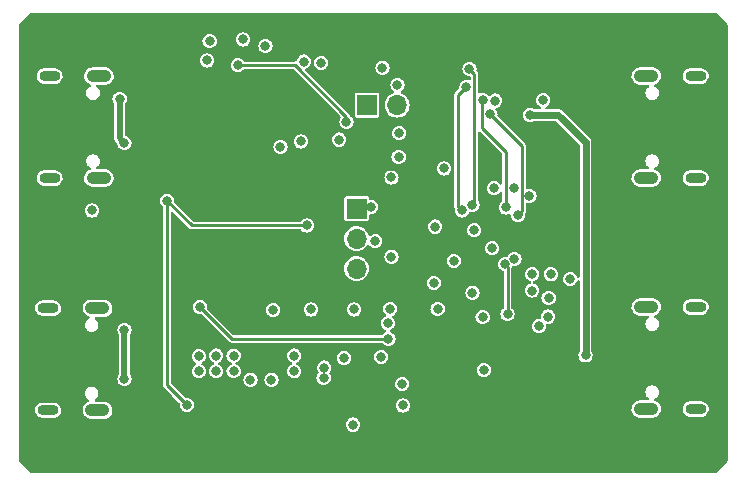
<source format=gbr>
%TF.GenerationSoftware,KiCad,Pcbnew,7.0.7*%
%TF.CreationDate,2023-09-25T17:24:45-05:00*%
%TF.ProjectId,KiVM,4b69564d-2e6b-4696-9361-645f70636258,rev?*%
%TF.SameCoordinates,Original*%
%TF.FileFunction,Copper,L4,Bot*%
%TF.FilePolarity,Positive*%
%FSLAX46Y46*%
G04 Gerber Fmt 4.6, Leading zero omitted, Abs format (unit mm)*
G04 Created by KiCad (PCBNEW 7.0.7) date 2023-09-25 17:24:45*
%MOMM*%
%LPD*%
G01*
G04 APERTURE LIST*
%TA.AperFunction,ComponentPad*%
%ADD10O,2.100000X1.050000*%
%TD*%
%TA.AperFunction,ComponentPad*%
%ADD11O,1.800000X0.900000*%
%TD*%
%TA.AperFunction,ComponentPad*%
%ADD12R,1.700000X1.700000*%
%TD*%
%TA.AperFunction,ComponentPad*%
%ADD13O,1.700000X1.700000*%
%TD*%
%TA.AperFunction,ViaPad*%
%ADD14C,0.800000*%
%TD*%
%TA.AperFunction,Conductor*%
%ADD15C,0.228600*%
%TD*%
%TA.AperFunction,Conductor*%
%ADD16C,0.600000*%
%TD*%
%TA.AperFunction,Conductor*%
%ADD17C,0.508000*%
%TD*%
%TA.AperFunction,Conductor*%
%ADD18C,0.250000*%
%TD*%
G04 APERTURE END LIST*
D10*
%TO.P,P1,S1,SHIELD*%
%TO.N,GND*%
X125756000Y-102360000D03*
D11*
X121576000Y-102360000D03*
D10*
X125756000Y-111000000D03*
D11*
X121576000Y-111000000D03*
%TD*%
D10*
%TO.P,P3,S1,SHIELD*%
%TO.N,GND*%
X172096000Y-130558000D03*
D11*
X176276000Y-130558000D03*
D10*
X172096000Y-121918000D03*
D11*
X176276000Y-121918000D03*
%TD*%
D10*
%TO.P,P4,S1,SHIELD*%
%TO.N,GND*%
X172096000Y-111000000D03*
D11*
X176276000Y-111000000D03*
D10*
X172096000Y-102360000D03*
D11*
X176276000Y-102360000D03*
%TD*%
D10*
%TO.P,P2,S1,SHIELD*%
%TO.N,GND*%
X125632000Y-122014000D03*
D11*
X121452000Y-122014000D03*
D10*
X125632000Y-130654000D03*
D11*
X121452000Y-130654000D03*
%TD*%
D12*
%TO.P,SW1,1,A*%
%TO.N,+3V3*%
X147574000Y-113588800D03*
D13*
%TO.P,SW1,2,B*%
%TO.N,/KVM/SOURCE_SEL*%
X147574000Y-116128800D03*
%TO.P,SW1,3,C*%
%TO.N,GND*%
X147574000Y-118668800D03*
%TD*%
D12*
%TO.P,J1,1*%
%TO.N,+12V*%
X148457600Y-104826200D03*
D13*
%TO.P,J1,2*%
%TO.N,GND*%
X150997600Y-104826200D03*
%TD*%
D14*
%TO.N,/KVM/SOURCE_SEL*%
X131521200Y-112928400D03*
X133197600Y-130200400D03*
X143357600Y-115011200D03*
%TO.N,GND*%
X151434800Y-128422400D03*
X144576800Y-101244400D03*
X149758400Y-101650800D03*
X144780000Y-127914400D03*
X150520400Y-117652800D03*
X143713200Y-122123200D03*
X149148800Y-116332000D03*
X150418800Y-122072400D03*
X162433000Y-120523000D03*
X139852400Y-99822000D03*
X154228800Y-115112800D03*
X151130000Y-109220000D03*
X135128000Y-99415600D03*
X157530800Y-115417600D03*
X154432000Y-122072400D03*
X137972800Y-99263200D03*
X159308800Y-104444800D03*
X165658800Y-119532400D03*
X140512800Y-122174000D03*
X163830000Y-121158000D03*
X158242000Y-122783600D03*
X159054800Y-116941600D03*
X146100800Y-107746800D03*
X157378400Y-120700800D03*
X149656800Y-126136400D03*
X151180800Y-107188000D03*
X141122400Y-108356400D03*
X160934400Y-111861600D03*
X142849600Y-107899200D03*
X163017200Y-123545600D03*
X162433000Y-119126000D03*
X151028400Y-103124000D03*
X158343600Y-127254000D03*
X150215600Y-123291600D03*
X154101800Y-119862600D03*
X154990800Y-110185200D03*
X162204400Y-112522000D03*
X163372800Y-104394000D03*
X151485600Y-130251200D03*
X144830800Y-127050800D03*
X146510487Y-126238476D03*
X147370800Y-122123200D03*
X150520400Y-110947200D03*
X163779200Y-122732800D03*
X143103600Y-101142800D03*
X164007800Y-119151400D03*
X134924800Y-101041200D03*
%TO.N,+5V*%
X148285200Y-110134400D03*
X137795000Y-104013000D03*
X154228800Y-106578400D03*
X154813000Y-100838000D03*
X138176000Y-117729000D03*
X139319000Y-117729000D03*
X132969000Y-107188000D03*
X132969000Y-105029000D03*
X141173200Y-106730800D03*
X149707600Y-114808000D03*
X137795000Y-102870000D03*
X138303000Y-105029000D03*
X139801600Y-105003600D03*
X159410400Y-103124000D03*
X138303000Y-106045000D03*
X146405600Y-123799600D03*
X132969000Y-106045000D03*
X163322000Y-102693300D03*
X145135600Y-123139200D03*
X138303000Y-107188000D03*
X141986000Y-118364000D03*
%TO.N,+3V3*%
X160934400Y-117856000D03*
X134213600Y-126085600D03*
X137160000Y-127355600D03*
X147269200Y-131876800D03*
X138582400Y-128066800D03*
X142290800Y-127355600D03*
X134213600Y-127355600D03*
X140360400Y-128066800D03*
X135686800Y-127355600D03*
X155803600Y-118008400D03*
X148793200Y-113436400D03*
X137160000Y-126034800D03*
X135686800Y-126034800D03*
X125171200Y-113741200D03*
X159207200Y-111861600D03*
X142290800Y-126034800D03*
%TO.N,/KVM/Output Connectors/USP_PWR1*%
X162255200Y-105664000D03*
X166954000Y-126009400D03*
%TO.N,/KVM/Input Connectors A/VBUS*%
X127508000Y-104292400D03*
X127914400Y-108051600D03*
%TO.N,/KVM/Input Connectors B/VBUS*%
X127914400Y-123850400D03*
X127914400Y-128016000D03*
%TO.N,Net-(U2-RBIAS)*%
X160350200Y-122529600D03*
X160147039Y-118295262D03*
%TO.N,/Power/FB_5V*%
X146710400Y-106222800D03*
X137515600Y-101447600D03*
%TO.N,Net-(U2-~{OCS2})*%
X156484425Y-113739078D03*
X156870400Y-103276400D03*
%TO.N,Net-(U2-~{OCS1})*%
X160223200Y-113487200D03*
X158242000Y-104394000D03*
%TO.N,Net-(U2-PRTPWR1)*%
X161239200Y-114147600D03*
X158902400Y-105613200D03*
%TO.N,Net-(U2-PRTPWR2)*%
X157378400Y-113284000D03*
X157124400Y-101752400D03*
%TO.N,/Power/FB_3V3*%
X134315200Y-121920000D03*
X150266400Y-124612400D03*
%TD*%
D15*
%TO.N,/KVM/SOURCE_SEL*%
X143357600Y-115011200D02*
X133604000Y-115011200D01*
X131521200Y-112928400D02*
X131521200Y-128524000D01*
X131521200Y-128524000D02*
X133197600Y-130200400D01*
X133604000Y-115011200D02*
X131521200Y-112928400D01*
D16*
%TO.N,/KVM/Output Connectors/USP_PWR1*%
X164642800Y-105664000D02*
X166954000Y-107975200D01*
X166954000Y-107975200D02*
X166954000Y-126009400D01*
X162255200Y-105664000D02*
X164642800Y-105664000D01*
D17*
%TO.N,/KVM/Input Connectors A/VBUS*%
X127508000Y-104292400D02*
X127508000Y-107645200D01*
X127508000Y-107645200D02*
X127914400Y-108051600D01*
%TO.N,/KVM/Input Connectors B/VBUS*%
X127914400Y-123850400D02*
X127914400Y-128016000D01*
D15*
%TO.N,Net-(U2-RBIAS)*%
X160350200Y-122529600D02*
X160350200Y-118498423D01*
X160350200Y-118498423D02*
X160147039Y-118295262D01*
%TO.N,/Power/FB_5V*%
X146710400Y-105808985D02*
X146710400Y-106222800D01*
X142349015Y-101447600D02*
X146710400Y-105808985D01*
X137515600Y-101447600D02*
X142349015Y-101447600D01*
D18*
%TO.N,Net-(U2-~{OCS2})*%
X156159200Y-113413853D02*
X156484425Y-113739078D01*
X156870400Y-103276400D02*
X156159200Y-103987600D01*
X156159200Y-103987600D02*
X156159200Y-113413853D01*
%TO.N,Net-(U2-~{OCS1})*%
X158191200Y-104444800D02*
X158242000Y-104394000D01*
X160223200Y-108813600D02*
X158191200Y-106781600D01*
X160223200Y-113487200D02*
X160223200Y-108813600D01*
X158191200Y-106781600D02*
X158191200Y-104444800D01*
%TO.N,Net-(U2-PRTPWR1)*%
X161239200Y-114147600D02*
X161561000Y-113825800D01*
X161561000Y-113825800D02*
X161561000Y-108271800D01*
X161561000Y-108271800D02*
X158902400Y-105613200D01*
%TO.N,Net-(U2-PRTPWR2)*%
X157546200Y-102174200D02*
X157124400Y-101752400D01*
X157546200Y-113116200D02*
X157546200Y-102174200D01*
X157378400Y-113284000D02*
X157546200Y-113116200D01*
D15*
%TO.N,/Power/FB_3V3*%
X137010700Y-124615500D02*
X150263300Y-124615500D01*
X134315200Y-121920000D02*
X137010700Y-124615500D01*
X150263300Y-124615500D02*
X150266400Y-124612400D01*
%TD*%
%TA.AperFunction,Conductor*%
%TO.N,+5V*%
G36*
X178026017Y-97017986D02*
G01*
X178044877Y-97033185D01*
X178955915Y-97944222D01*
X178986511Y-98000253D01*
X178989100Y-98024337D01*
X178989100Y-134930060D01*
X178971114Y-134991315D01*
X178955915Y-135010175D01*
X178022577Y-135943513D01*
X177966546Y-135974109D01*
X177942462Y-135976698D01*
X120036737Y-135976698D01*
X119975482Y-135958712D01*
X119956622Y-135943513D01*
X119033185Y-135020075D01*
X119002589Y-134964044D01*
X119000000Y-134939960D01*
X119000000Y-131876800D01*
X146663518Y-131876800D01*
X146684156Y-132033562D01*
X146744664Y-132179641D01*
X146840918Y-132305082D01*
X146966359Y-132401336D01*
X147112438Y-132461844D01*
X147269200Y-132482482D01*
X147425962Y-132461844D01*
X147572041Y-132401336D01*
X147697482Y-132305082D01*
X147793736Y-132179641D01*
X147854244Y-132033562D01*
X147874882Y-131876800D01*
X147854244Y-131720038D01*
X147793736Y-131573959D01*
X147697482Y-131448518D01*
X147572041Y-131352264D01*
X147425962Y-131291756D01*
X147269200Y-131271118D01*
X147112438Y-131291756D01*
X146966358Y-131352264D01*
X146840918Y-131448518D01*
X146744664Y-131573958D01*
X146744664Y-131573959D01*
X146684156Y-131720038D01*
X146663518Y-131876800D01*
X119000000Y-131876800D01*
X119000000Y-130612830D01*
X120347624Y-130612830D01*
X120357943Y-130776856D01*
X120357943Y-130776859D01*
X120380835Y-130847312D01*
X120405498Y-130923219D01*
X120408733Y-130933173D01*
X120408734Y-130933176D01*
X120496793Y-131071934D01*
X120496800Y-131071942D01*
X120616604Y-131184446D01*
X120616606Y-131184447D01*
X120616607Y-131184448D01*
X120660355Y-131208499D01*
X120760629Y-131263626D01*
X120760631Y-131263626D01*
X120760632Y-131263627D01*
X120919823Y-131304500D01*
X120919825Y-131304500D01*
X121942920Y-131304500D01*
X121942925Y-131304500D01*
X122065058Y-131289071D01*
X122217871Y-131228568D01*
X122350837Y-131131963D01*
X122455600Y-131005326D01*
X122525579Y-130856613D01*
X122556128Y-130696469D01*
X124377796Y-130696469D01*
X124392673Y-130780839D01*
X124407247Y-130863492D01*
X124474421Y-131019219D01*
X124547625Y-131117549D01*
X124575698Y-131155258D01*
X124705614Y-131264271D01*
X124705615Y-131264271D01*
X124705617Y-131264273D01*
X124857175Y-131340388D01*
X124907284Y-131352264D01*
X125022200Y-131379500D01*
X125022201Y-131379500D01*
X126199253Y-131379500D01*
X126199256Y-131379500D01*
X126325451Y-131364750D01*
X126484820Y-131306744D01*
X126626517Y-131213549D01*
X126742902Y-131090188D01*
X126827701Y-130943312D01*
X126856442Y-130847311D01*
X126876341Y-130780843D01*
X126876343Y-130780831D01*
X126886203Y-130611529D01*
X126871328Y-130527168D01*
X126856753Y-130444508D01*
X126789579Y-130288781D01*
X126688302Y-130152742D01*
X126651441Y-130121812D01*
X126558385Y-130043728D01*
X126406823Y-129967611D01*
X126241800Y-129928500D01*
X126241799Y-129928500D01*
X125493010Y-129928500D01*
X125431755Y-129910514D01*
X125389949Y-129862267D01*
X125380863Y-129799076D01*
X125407384Y-129741004D01*
X125424032Y-129725316D01*
X125542451Y-129634451D01*
X125634698Y-129514233D01*
X125692687Y-129374236D01*
X125712466Y-129224000D01*
X125692687Y-129073764D01*
X125634698Y-128933767D01*
X125542451Y-128813549D01*
X125422233Y-128721302D01*
X125422232Y-128721301D01*
X125422230Y-128721300D01*
X125331731Y-128683814D01*
X125282236Y-128663313D01*
X125232826Y-128656808D01*
X125169722Y-128648500D01*
X125169720Y-128648500D01*
X125094280Y-128648500D01*
X125094277Y-128648500D01*
X124981764Y-128663313D01*
X124841769Y-128721300D01*
X124721549Y-128813549D01*
X124629300Y-128933769D01*
X124571313Y-129073764D01*
X124551534Y-129223999D01*
X124571313Y-129374235D01*
X124629300Y-129514230D01*
X124629301Y-129514232D01*
X124629302Y-129514233D01*
X124721549Y-129634451D01*
X124841767Y-129726698D01*
X124896138Y-129749219D01*
X124945847Y-129789277D01*
X124966009Y-129849850D01*
X124950221Y-129911708D01*
X124903497Y-129955210D01*
X124891533Y-129960362D01*
X124779178Y-130001256D01*
X124637485Y-130094448D01*
X124521098Y-130217812D01*
X124436299Y-130364688D01*
X124436296Y-130364694D01*
X124387658Y-130527156D01*
X124387656Y-130527168D01*
X124377796Y-130696469D01*
X122556128Y-130696469D01*
X122556376Y-130695170D01*
X122546056Y-130531140D01*
X122495268Y-130374829D01*
X122495265Y-130374825D01*
X122495265Y-130374823D01*
X122407206Y-130236065D01*
X122407199Y-130236057D01*
X122287395Y-130123553D01*
X122143370Y-130044373D01*
X122044269Y-130018929D01*
X121984177Y-130003500D01*
X120961075Y-130003500D01*
X120961074Y-130003500D01*
X120838940Y-130018929D01*
X120686128Y-130079432D01*
X120553162Y-130176037D01*
X120448401Y-130302671D01*
X120448400Y-130302673D01*
X120378421Y-130451385D01*
X120347624Y-130612825D01*
X120347624Y-130612830D01*
X119000000Y-130612830D01*
X119000000Y-128016000D01*
X127308718Y-128016000D01*
X127329356Y-128172762D01*
X127389864Y-128318841D01*
X127486118Y-128444282D01*
X127611559Y-128540536D01*
X127757638Y-128601044D01*
X127914400Y-128621682D01*
X128071162Y-128601044D01*
X128217241Y-128540536D01*
X128342682Y-128444282D01*
X128438936Y-128318841D01*
X128499444Y-128172762D01*
X128520082Y-128016000D01*
X128499444Y-127859238D01*
X128438936Y-127713159D01*
X128392312Y-127652398D01*
X128369292Y-127592852D01*
X128368899Y-127583425D01*
X128368899Y-124282973D01*
X128386885Y-124221718D01*
X128392305Y-124214010D01*
X128438936Y-124153241D01*
X128499444Y-124007162D01*
X128520082Y-123850400D01*
X128499444Y-123693638D01*
X128438936Y-123547559D01*
X128342682Y-123422118D01*
X128217241Y-123325864D01*
X128071162Y-123265356D01*
X127914400Y-123244718D01*
X127914399Y-123244718D01*
X127757638Y-123265356D01*
X127611558Y-123325864D01*
X127486118Y-123422118D01*
X127389864Y-123547558D01*
X127329356Y-123693638D01*
X127310066Y-123840164D01*
X127308718Y-123850400D01*
X127329356Y-124007162D01*
X127350748Y-124058807D01*
X127389862Y-124153238D01*
X127389863Y-124153240D01*
X127389864Y-124153241D01*
X127436487Y-124214001D01*
X127459507Y-124273546D01*
X127459900Y-124282973D01*
X127459900Y-127583425D01*
X127441914Y-127644680D01*
X127436487Y-127652397D01*
X127389865Y-127713156D01*
X127346968Y-127816718D01*
X127329356Y-127859238D01*
X127308718Y-128016000D01*
X119000000Y-128016000D01*
X119000000Y-121972830D01*
X120347624Y-121972830D01*
X120357943Y-122136856D01*
X120357943Y-122136859D01*
X120380835Y-122207312D01*
X120405498Y-122283219D01*
X120408733Y-122293173D01*
X120408734Y-122293176D01*
X120496793Y-122431934D01*
X120496800Y-122431942D01*
X120616604Y-122544446D01*
X120616606Y-122544447D01*
X120616607Y-122544448D01*
X120660355Y-122568499D01*
X120760629Y-122623626D01*
X120760631Y-122623626D01*
X120760632Y-122623627D01*
X120919823Y-122664500D01*
X120919825Y-122664500D01*
X121942920Y-122664500D01*
X121942925Y-122664500D01*
X122065058Y-122649071D01*
X122217871Y-122588568D01*
X122350837Y-122491963D01*
X122455600Y-122365326D01*
X122525579Y-122216613D01*
X122556128Y-122056469D01*
X124377796Y-122056469D01*
X124392673Y-122140839D01*
X124407247Y-122223492D01*
X124474421Y-122379219D01*
X124547098Y-122476841D01*
X124575698Y-122515258D01*
X124705614Y-122624271D01*
X124705615Y-122624271D01*
X124705617Y-122624273D01*
X124857175Y-122700388D01*
X124876327Y-122704927D01*
X124931783Y-122736553D01*
X124961337Y-122793141D01*
X124955606Y-122856724D01*
X124916409Y-122907115D01*
X124893559Y-122919848D01*
X124841771Y-122941299D01*
X124841767Y-122941301D01*
X124841767Y-122941302D01*
X124779920Y-122988759D01*
X124721549Y-123033549D01*
X124629300Y-123153769D01*
X124571313Y-123293764D01*
X124551534Y-123444000D01*
X124571313Y-123594235D01*
X124629300Y-123734230D01*
X124629301Y-123734232D01*
X124629302Y-123734233D01*
X124721549Y-123854451D01*
X124841767Y-123946698D01*
X124981764Y-124004687D01*
X125094280Y-124019500D01*
X125094286Y-124019500D01*
X125169714Y-124019500D01*
X125169720Y-124019500D01*
X125282236Y-124004687D01*
X125422233Y-123946698D01*
X125542451Y-123854451D01*
X125634698Y-123734233D01*
X125692687Y-123594236D01*
X125712466Y-123444000D01*
X125692687Y-123293764D01*
X125634698Y-123153767D01*
X125542451Y-123033549D01*
X125424035Y-122942685D01*
X125386390Y-122891128D01*
X125382594Y-122827400D01*
X125413854Y-122771737D01*
X125470246Y-122741810D01*
X125493010Y-122739500D01*
X126199253Y-122739500D01*
X126199256Y-122739500D01*
X126325451Y-122724750D01*
X126484820Y-122666744D01*
X126626517Y-122573549D01*
X126742902Y-122450188D01*
X126827701Y-122303312D01*
X126856442Y-122207311D01*
X126876341Y-122140843D01*
X126876343Y-122140831D01*
X126886203Y-121971529D01*
X126871328Y-121887168D01*
X126856753Y-121804508D01*
X126789579Y-121648781D01*
X126688302Y-121512742D01*
X126573894Y-121416742D01*
X126558385Y-121403728D01*
X126406823Y-121327611D01*
X126241800Y-121288500D01*
X126241799Y-121288500D01*
X125064744Y-121288500D01*
X125064735Y-121288500D01*
X124938549Y-121303249D01*
X124779179Y-121361256D01*
X124637485Y-121454448D01*
X124521098Y-121577812D01*
X124436299Y-121724688D01*
X124436296Y-121724694D01*
X124387658Y-121887156D01*
X124387656Y-121887168D01*
X124377796Y-122056469D01*
X122556128Y-122056469D01*
X122556376Y-122055170D01*
X122546056Y-121891140D01*
X122495268Y-121734829D01*
X122495265Y-121734825D01*
X122495265Y-121734823D01*
X122407206Y-121596065D01*
X122407199Y-121596057D01*
X122287395Y-121483553D01*
X122143370Y-121404373D01*
X122044269Y-121378929D01*
X121984177Y-121363500D01*
X120961075Y-121363500D01*
X120961074Y-121363500D01*
X120838940Y-121378929D01*
X120686128Y-121439432D01*
X120553162Y-121536037D01*
X120448401Y-121662671D01*
X120448400Y-121662673D01*
X120378421Y-121811385D01*
X120347624Y-121972825D01*
X120347624Y-121972830D01*
X119000000Y-121972830D01*
X119000000Y-113741200D01*
X124565518Y-113741200D01*
X124586156Y-113897962D01*
X124646664Y-114044041D01*
X124742918Y-114169482D01*
X124868359Y-114265736D01*
X125014438Y-114326244D01*
X125171200Y-114346882D01*
X125327962Y-114326244D01*
X125474041Y-114265736D01*
X125599482Y-114169482D01*
X125695736Y-114044041D01*
X125756244Y-113897962D01*
X125776882Y-113741200D01*
X125756244Y-113584438D01*
X125695736Y-113438359D01*
X125599482Y-113312918D01*
X125474041Y-113216664D01*
X125327962Y-113156156D01*
X125171200Y-113135518D01*
X125014438Y-113156156D01*
X124868358Y-113216664D01*
X124742918Y-113312918D01*
X124646664Y-113438358D01*
X124604774Y-113539490D01*
X124586156Y-113584438D01*
X124565518Y-113741200D01*
X119000000Y-113741200D01*
X119000000Y-112928400D01*
X130915518Y-112928400D01*
X130936156Y-113085162D01*
X130996664Y-113231241D01*
X131092918Y-113356682D01*
X131152111Y-113402102D01*
X131162072Y-113409745D01*
X131199719Y-113461304D01*
X131206399Y-113499632D01*
X131206399Y-128507783D01*
X131206183Y-128512722D01*
X131202759Y-128551857D01*
X131202760Y-128551861D01*
X131212930Y-128589820D01*
X131214000Y-128594645D01*
X131220820Y-128633323D01*
X131221696Y-128635730D01*
X131230428Y-128656808D01*
X131231493Y-128659092D01*
X131254023Y-128691269D01*
X131256679Y-128695438D01*
X131276327Y-128729469D01*
X131306424Y-128754723D01*
X131310059Y-128758053D01*
X131970236Y-129418230D01*
X132571079Y-130019073D01*
X132601675Y-130075104D01*
X132603295Y-130113975D01*
X132598192Y-130152741D01*
X132591918Y-130200400D01*
X132612556Y-130357162D01*
X132673064Y-130503241D01*
X132769318Y-130628682D01*
X132894759Y-130724936D01*
X133040838Y-130785444D01*
X133197600Y-130806082D01*
X133354362Y-130785444D01*
X133500441Y-130724936D01*
X133625882Y-130628682D01*
X133722136Y-130503241D01*
X133782644Y-130357162D01*
X133796594Y-130251200D01*
X150879918Y-130251200D01*
X150900556Y-130407962D01*
X150961064Y-130554041D01*
X151057318Y-130679482D01*
X151182759Y-130775736D01*
X151328838Y-130836244D01*
X151485600Y-130856882D01*
X151642362Y-130836244D01*
X151788441Y-130775736D01*
X151913882Y-130679482D01*
X151974511Y-130600469D01*
X170841796Y-130600469D01*
X170858495Y-130695170D01*
X170871247Y-130767492D01*
X170938421Y-130923219D01*
X171009890Y-131019219D01*
X171039698Y-131059258D01*
X171169614Y-131168271D01*
X171169615Y-131168271D01*
X171169617Y-131168273D01*
X171321175Y-131244388D01*
X171402346Y-131263626D01*
X171486200Y-131283500D01*
X171486201Y-131283500D01*
X172663253Y-131283500D01*
X172663256Y-131283500D01*
X172789451Y-131268750D01*
X172948820Y-131210744D01*
X173090517Y-131117549D01*
X173206902Y-130994188D01*
X173291701Y-130847312D01*
X173340342Y-130684839D01*
X173340342Y-130684835D01*
X173340343Y-130684831D01*
X173350127Y-130516830D01*
X175171624Y-130516830D01*
X175181943Y-130680856D01*
X175181943Y-130680859D01*
X175196265Y-130724936D01*
X175232430Y-130836243D01*
X175232733Y-130837173D01*
X175232734Y-130837176D01*
X175320793Y-130975934D01*
X175320800Y-130975942D01*
X175440604Y-131088446D01*
X175440606Y-131088447D01*
X175440607Y-131088448D01*
X175491117Y-131116216D01*
X175584629Y-131167626D01*
X175584631Y-131167626D01*
X175584632Y-131167627D01*
X175743823Y-131208500D01*
X175743825Y-131208500D01*
X176766920Y-131208500D01*
X176766925Y-131208500D01*
X176889058Y-131193071D01*
X177041871Y-131132568D01*
X177174837Y-131035963D01*
X177279600Y-130909326D01*
X177349579Y-130760613D01*
X177380376Y-130599170D01*
X177370056Y-130435140D01*
X177319268Y-130278829D01*
X177319265Y-130278825D01*
X177319265Y-130278823D01*
X177231206Y-130140065D01*
X177231199Y-130140057D01*
X177111395Y-130027553D01*
X176967370Y-129948373D01*
X176868269Y-129922929D01*
X176808177Y-129907500D01*
X175785075Y-129907500D01*
X175785074Y-129907500D01*
X175662940Y-129922929D01*
X175510128Y-129983432D01*
X175377162Y-130080037D01*
X175272401Y-130206671D01*
X175272400Y-130206673D01*
X175202421Y-130355385D01*
X175171624Y-130516825D01*
X175171624Y-130516830D01*
X173350127Y-130516830D01*
X173350203Y-130515529D01*
X173338893Y-130451387D01*
X173320753Y-130348508D01*
X173253579Y-130192781D01*
X173152302Y-130056742D01*
X173136793Y-130043728D01*
X173022385Y-129947728D01*
X173021058Y-129947061D01*
X172870825Y-129871612D01*
X172851668Y-129867071D01*
X172796213Y-129835443D01*
X172766661Y-129778855D01*
X172772394Y-129715272D01*
X172811593Y-129664882D01*
X172834437Y-129652152D01*
X172886233Y-129630698D01*
X173006451Y-129538451D01*
X173098698Y-129418233D01*
X173156687Y-129278236D01*
X173176466Y-129128000D01*
X173156687Y-128977764D01*
X173098698Y-128837767D01*
X173006451Y-128717549D01*
X172886233Y-128625302D01*
X172886232Y-128625301D01*
X172886230Y-128625300D01*
X172795731Y-128587814D01*
X172746236Y-128567313D01*
X172708730Y-128562375D01*
X172633722Y-128552500D01*
X172633720Y-128552500D01*
X172558280Y-128552500D01*
X172558277Y-128552500D01*
X172445764Y-128567313D01*
X172305769Y-128625300D01*
X172185549Y-128717549D01*
X172093300Y-128837769D01*
X172035313Y-128977764D01*
X172015534Y-129127999D01*
X172035313Y-129278235D01*
X172093300Y-129418230D01*
X172093301Y-129418232D01*
X172093302Y-129418233D01*
X172185549Y-129538451D01*
X172303964Y-129629314D01*
X172341610Y-129680872D01*
X172345406Y-129744600D01*
X172314146Y-129800263D01*
X172257754Y-129830190D01*
X172234990Y-129832500D01*
X171528735Y-129832500D01*
X171402549Y-129847249D01*
X171243179Y-129905256D01*
X171101485Y-129998448D01*
X170985098Y-130121812D01*
X170900299Y-130268688D01*
X170900296Y-130268694D01*
X170851658Y-130431156D01*
X170851656Y-130431168D01*
X170841796Y-130600469D01*
X151974511Y-130600469D01*
X152010136Y-130554041D01*
X152070644Y-130407962D01*
X152091282Y-130251200D01*
X152070644Y-130094438D01*
X152010136Y-129948359D01*
X151913882Y-129822918D01*
X151788441Y-129726664D01*
X151642362Y-129666156D01*
X151485600Y-129645518D01*
X151485599Y-129645518D01*
X151328838Y-129666156D01*
X151182758Y-129726664D01*
X151057318Y-129822918D01*
X150961064Y-129948358D01*
X150900556Y-130094438D01*
X150881911Y-130236065D01*
X150879918Y-130251200D01*
X133796594Y-130251200D01*
X133803282Y-130200400D01*
X133782644Y-130043638D01*
X133722136Y-129897559D01*
X133625882Y-129772118D01*
X133500441Y-129675864D01*
X133354362Y-129615356D01*
X133197600Y-129594718D01*
X133197598Y-129594718D01*
X133111175Y-129606095D01*
X133048097Y-129596257D01*
X133016273Y-129573879D01*
X131869185Y-128426791D01*
X131838589Y-128370760D01*
X131836000Y-128346676D01*
X131836000Y-128066800D01*
X137976718Y-128066800D01*
X137997356Y-128223562D01*
X138057864Y-128369641D01*
X138154118Y-128495082D01*
X138279559Y-128591336D01*
X138425638Y-128651844D01*
X138582400Y-128672482D01*
X138739162Y-128651844D01*
X138885241Y-128591336D01*
X139010682Y-128495082D01*
X139106936Y-128369641D01*
X139167444Y-128223562D01*
X139188082Y-128066800D01*
X139754718Y-128066800D01*
X139775356Y-128223562D01*
X139835864Y-128369641D01*
X139932118Y-128495082D01*
X140057559Y-128591336D01*
X140203638Y-128651844D01*
X140360400Y-128672482D01*
X140517162Y-128651844D01*
X140663241Y-128591336D01*
X140788682Y-128495082D01*
X140884936Y-128369641D01*
X140945444Y-128223562D01*
X140966082Y-128066800D01*
X140945444Y-127910038D01*
X140884936Y-127763959D01*
X140788682Y-127638518D01*
X140663241Y-127542264D01*
X140517162Y-127481756D01*
X140360400Y-127461118D01*
X140203638Y-127481756D01*
X140057558Y-127542264D01*
X139932118Y-127638518D01*
X139835864Y-127763958D01*
X139796214Y-127859682D01*
X139775356Y-127910038D01*
X139754718Y-128066800D01*
X139188082Y-128066800D01*
X139167444Y-127910038D01*
X139106936Y-127763959D01*
X139010682Y-127638518D01*
X138885241Y-127542264D01*
X138739162Y-127481756D01*
X138582400Y-127461118D01*
X138425638Y-127481756D01*
X138279558Y-127542264D01*
X138154118Y-127638518D01*
X138057864Y-127763958D01*
X138018214Y-127859682D01*
X137997356Y-127910038D01*
X137976718Y-128066800D01*
X131836000Y-128066800D01*
X131836000Y-127355600D01*
X133607918Y-127355600D01*
X133628556Y-127512362D01*
X133689064Y-127658441D01*
X133785318Y-127783882D01*
X133910759Y-127880136D01*
X134056838Y-127940644D01*
X134213600Y-127961282D01*
X134370362Y-127940644D01*
X134516441Y-127880136D01*
X134641882Y-127783882D01*
X134738136Y-127658441D01*
X134798644Y-127512362D01*
X134819282Y-127355600D01*
X135081118Y-127355600D01*
X135101756Y-127512362D01*
X135162264Y-127658441D01*
X135258518Y-127783882D01*
X135383959Y-127880136D01*
X135530038Y-127940644D01*
X135686800Y-127961282D01*
X135843562Y-127940644D01*
X135989641Y-127880136D01*
X136115082Y-127783882D01*
X136211336Y-127658441D01*
X136271844Y-127512362D01*
X136292482Y-127355600D01*
X136554318Y-127355600D01*
X136574956Y-127512362D01*
X136635464Y-127658441D01*
X136731718Y-127783882D01*
X136857159Y-127880136D01*
X137003238Y-127940644D01*
X137160000Y-127961282D01*
X137316762Y-127940644D01*
X137462841Y-127880136D01*
X137588282Y-127783882D01*
X137684536Y-127658441D01*
X137745044Y-127512362D01*
X137765682Y-127355600D01*
X141685118Y-127355600D01*
X141705756Y-127512362D01*
X141766264Y-127658441D01*
X141862518Y-127783882D01*
X141987959Y-127880136D01*
X142134038Y-127940644D01*
X142290800Y-127961282D01*
X142447562Y-127940644D01*
X142510921Y-127914400D01*
X144174318Y-127914400D01*
X144194956Y-128071162D01*
X144255464Y-128217241D01*
X144351718Y-128342682D01*
X144477159Y-128438936D01*
X144623238Y-128499444D01*
X144780000Y-128520082D01*
X144936762Y-128499444D01*
X145082841Y-128438936D01*
X145104391Y-128422400D01*
X150829118Y-128422400D01*
X150849756Y-128579162D01*
X150910264Y-128725241D01*
X151006518Y-128850682D01*
X151131959Y-128946936D01*
X151278038Y-129007444D01*
X151434800Y-129028082D01*
X151591562Y-129007444D01*
X151737641Y-128946936D01*
X151863082Y-128850682D01*
X151959336Y-128725241D01*
X152019844Y-128579162D01*
X152040482Y-128422400D01*
X152019844Y-128265638D01*
X151959336Y-128119559D01*
X151863082Y-127994118D01*
X151737641Y-127897864D01*
X151591562Y-127837356D01*
X151434800Y-127816718D01*
X151434799Y-127816718D01*
X151278038Y-127837356D01*
X151131958Y-127897864D01*
X151006518Y-127994118D01*
X150910264Y-128119558D01*
X150869803Y-128217241D01*
X150849756Y-128265638D01*
X150829118Y-128422400D01*
X145104391Y-128422400D01*
X145208282Y-128342682D01*
X145304536Y-128217241D01*
X145365044Y-128071162D01*
X145385682Y-127914400D01*
X145365044Y-127757638D01*
X145304536Y-127611559D01*
X145283906Y-127584674D01*
X145260887Y-127525129D01*
X145273714Y-127462590D01*
X145283907Y-127446729D01*
X145289016Y-127440071D01*
X145355336Y-127353641D01*
X145396609Y-127254000D01*
X157737918Y-127254000D01*
X157758556Y-127410762D01*
X157819064Y-127556841D01*
X157915318Y-127682282D01*
X158040759Y-127778536D01*
X158186838Y-127839044D01*
X158343600Y-127859682D01*
X158500362Y-127839044D01*
X158646441Y-127778536D01*
X158771882Y-127682282D01*
X158868136Y-127556841D01*
X158928644Y-127410762D01*
X158949282Y-127254000D01*
X158928644Y-127097238D01*
X158868136Y-126951159D01*
X158771882Y-126825718D01*
X158646441Y-126729464D01*
X158500362Y-126668956D01*
X158343600Y-126648318D01*
X158186838Y-126668956D01*
X158040758Y-126729464D01*
X157915318Y-126825718D01*
X157819064Y-126951158D01*
X157819064Y-126951159D01*
X157758556Y-127097238D01*
X157737918Y-127254000D01*
X145396609Y-127254000D01*
X145415844Y-127207562D01*
X145436482Y-127050800D01*
X145415844Y-126894038D01*
X145355336Y-126747959D01*
X145259082Y-126622518D01*
X145133641Y-126526264D01*
X144987562Y-126465756D01*
X144830800Y-126445118D01*
X144674038Y-126465756D01*
X144527958Y-126526264D01*
X144402518Y-126622518D01*
X144306264Y-126747958D01*
X144271841Y-126831063D01*
X144245756Y-126894038D01*
X144225118Y-127050800D01*
X144245756Y-127207562D01*
X144306263Y-127353640D01*
X144306264Y-127353641D01*
X144326893Y-127380525D01*
X144349913Y-127440071D01*
X144337086Y-127502610D01*
X144326893Y-127518471D01*
X144255464Y-127611558D01*
X144213381Y-127713156D01*
X144194956Y-127757638D01*
X144174318Y-127914400D01*
X142510921Y-127914400D01*
X142593641Y-127880136D01*
X142719082Y-127783882D01*
X142815336Y-127658441D01*
X142875844Y-127512362D01*
X142896482Y-127355600D01*
X142875844Y-127198838D01*
X142815336Y-127052759D01*
X142719082Y-126927318D01*
X142593641Y-126831064D01*
X142593636Y-126831062D01*
X142563719Y-126818669D01*
X142518345Y-126799875D01*
X142468636Y-126759818D01*
X142448475Y-126699245D01*
X142464263Y-126637387D01*
X142510987Y-126593885D01*
X142518339Y-126590526D01*
X142593641Y-126559336D01*
X142719082Y-126463082D01*
X142815336Y-126337641D01*
X142856412Y-126238476D01*
X145904805Y-126238476D01*
X145925443Y-126395238D01*
X145985951Y-126541317D01*
X146082205Y-126666758D01*
X146207646Y-126763012D01*
X146353725Y-126823520D01*
X146510487Y-126844158D01*
X146667249Y-126823520D01*
X146813328Y-126763012D01*
X146938769Y-126666758D01*
X147035023Y-126541317D01*
X147095531Y-126395238D01*
X147116169Y-126238476D01*
X147102731Y-126136400D01*
X149051118Y-126136400D01*
X149071756Y-126293162D01*
X149132264Y-126439241D01*
X149228518Y-126564682D01*
X149353959Y-126660936D01*
X149500038Y-126721444D01*
X149656800Y-126742082D01*
X149813562Y-126721444D01*
X149959641Y-126660936D01*
X150085082Y-126564682D01*
X150181336Y-126439241D01*
X150241844Y-126293162D01*
X150262482Y-126136400D01*
X150241844Y-125979638D01*
X150181336Y-125833559D01*
X150085082Y-125708118D01*
X149959641Y-125611864D01*
X149813562Y-125551356D01*
X149656800Y-125530718D01*
X149500038Y-125551356D01*
X149353958Y-125611864D01*
X149228518Y-125708118D01*
X149132264Y-125833558D01*
X149071756Y-125979638D01*
X149058318Y-126081714D01*
X149051118Y-126136400D01*
X147102731Y-126136400D01*
X147095531Y-126081714D01*
X147035023Y-125935635D01*
X146938769Y-125810194D01*
X146813328Y-125713940D01*
X146667249Y-125653432D01*
X146510487Y-125632794D01*
X146353725Y-125653432D01*
X146207645Y-125713940D01*
X146082205Y-125810194D01*
X145985951Y-125935634D01*
X145985951Y-125935635D01*
X145925443Y-126081714D01*
X145904805Y-126238476D01*
X142856412Y-126238476D01*
X142875844Y-126191562D01*
X142896482Y-126034800D01*
X142875844Y-125878038D01*
X142815336Y-125731959D01*
X142719082Y-125606518D01*
X142593641Y-125510264D01*
X142447562Y-125449756D01*
X142290800Y-125429118D01*
X142290799Y-125429118D01*
X142134038Y-125449756D01*
X141987958Y-125510264D01*
X141862518Y-125606518D01*
X141766264Y-125731958D01*
X141766264Y-125731959D01*
X141705756Y-125878038D01*
X141685118Y-126034800D01*
X141705756Y-126191562D01*
X141766264Y-126337641D01*
X141862518Y-126463082D01*
X141987959Y-126559336D01*
X142063254Y-126590524D01*
X142112963Y-126630582D01*
X142133124Y-126691156D01*
X142117336Y-126753013D01*
X142070611Y-126796516D01*
X142063260Y-126799873D01*
X142000865Y-126825718D01*
X141987959Y-126831064D01*
X141862518Y-126927318D01*
X141766264Y-127052758D01*
X141766264Y-127052759D01*
X141705756Y-127198838D01*
X141685118Y-127355600D01*
X137765682Y-127355600D01*
X137745044Y-127198838D01*
X137684536Y-127052759D01*
X137588282Y-126927318D01*
X137462841Y-126831064D01*
X137462836Y-126831062D01*
X137432919Y-126818669D01*
X137387545Y-126799875D01*
X137337836Y-126759818D01*
X137317675Y-126699245D01*
X137333463Y-126637387D01*
X137380187Y-126593885D01*
X137387539Y-126590526D01*
X137462841Y-126559336D01*
X137588282Y-126463082D01*
X137684536Y-126337641D01*
X137745044Y-126191562D01*
X137765682Y-126034800D01*
X137745044Y-125878038D01*
X137684536Y-125731959D01*
X137588282Y-125606518D01*
X137462841Y-125510264D01*
X137316762Y-125449756D01*
X137160000Y-125429118D01*
X137003238Y-125449756D01*
X136857158Y-125510264D01*
X136731718Y-125606518D01*
X136635464Y-125731958D01*
X136635464Y-125731959D01*
X136574956Y-125878038D01*
X136554318Y-126034800D01*
X136574956Y-126191562D01*
X136635464Y-126337641D01*
X136731718Y-126463082D01*
X136857159Y-126559336D01*
X136932454Y-126590524D01*
X136982163Y-126630582D01*
X137002324Y-126691156D01*
X136986536Y-126753013D01*
X136939811Y-126796516D01*
X136932460Y-126799873D01*
X136870065Y-126825718D01*
X136857159Y-126831064D01*
X136731718Y-126927318D01*
X136635464Y-127052758D01*
X136635464Y-127052759D01*
X136574956Y-127198838D01*
X136554318Y-127355600D01*
X136292482Y-127355600D01*
X136271844Y-127198838D01*
X136211336Y-127052759D01*
X136115082Y-126927318D01*
X135989641Y-126831064D01*
X135989636Y-126831062D01*
X135959719Y-126818669D01*
X135914345Y-126799875D01*
X135864636Y-126759818D01*
X135844475Y-126699245D01*
X135860263Y-126637387D01*
X135906987Y-126593885D01*
X135914339Y-126590526D01*
X135989641Y-126559336D01*
X136115082Y-126463082D01*
X136211336Y-126337641D01*
X136271844Y-126191562D01*
X136292482Y-126034800D01*
X136271844Y-125878038D01*
X136211336Y-125731959D01*
X136115082Y-125606518D01*
X135989641Y-125510264D01*
X135843562Y-125449756D01*
X135686800Y-125429118D01*
X135530038Y-125449756D01*
X135383958Y-125510264D01*
X135258518Y-125606518D01*
X135162264Y-125731958D01*
X135162264Y-125731959D01*
X135101756Y-125878038D01*
X135081118Y-126034800D01*
X135101756Y-126191562D01*
X135162264Y-126337641D01*
X135258518Y-126463082D01*
X135383959Y-126559336D01*
X135459254Y-126590524D01*
X135508963Y-126630582D01*
X135529124Y-126691156D01*
X135513336Y-126753013D01*
X135466611Y-126796516D01*
X135459260Y-126799873D01*
X135396865Y-126825718D01*
X135383959Y-126831064D01*
X135258518Y-126927318D01*
X135162264Y-127052758D01*
X135162264Y-127052759D01*
X135101756Y-127198838D01*
X135081118Y-127355600D01*
X134819282Y-127355600D01*
X134798644Y-127198838D01*
X134738136Y-127052759D01*
X134641882Y-126927318D01*
X134516441Y-126831064D01*
X134516439Y-126831063D01*
X134502468Y-126825276D01*
X134452758Y-126785218D01*
X134432597Y-126724645D01*
X134448385Y-126662787D01*
X134495109Y-126619285D01*
X134502468Y-126615924D01*
X134505014Y-126614869D01*
X134516441Y-126610136D01*
X134641882Y-126513882D01*
X134738136Y-126388441D01*
X134798644Y-126242362D01*
X134819282Y-126085600D01*
X134798644Y-125928838D01*
X134738136Y-125782759D01*
X134641882Y-125657318D01*
X134516441Y-125561064D01*
X134370362Y-125500556D01*
X134213600Y-125479918D01*
X134213599Y-125479918D01*
X134056838Y-125500556D01*
X133910758Y-125561064D01*
X133785318Y-125657318D01*
X133689064Y-125782758D01*
X133628556Y-125928838D01*
X133608430Y-126081714D01*
X133607918Y-126085600D01*
X133628556Y-126242362D01*
X133689064Y-126388441D01*
X133785318Y-126513882D01*
X133851521Y-126564681D01*
X133910760Y-126610137D01*
X133924733Y-126615925D01*
X133974442Y-126655983D01*
X133994602Y-126716557D01*
X133978813Y-126778415D01*
X133932088Y-126821916D01*
X133924733Y-126825275D01*
X133910760Y-126831062D01*
X133785318Y-126927318D01*
X133689064Y-127052758D01*
X133689064Y-127052759D01*
X133628556Y-127198838D01*
X133607918Y-127355600D01*
X131836000Y-127355600D01*
X131836000Y-121920000D01*
X133709518Y-121920000D01*
X133730156Y-122076762D01*
X133790664Y-122222841D01*
X133886918Y-122348282D01*
X134012359Y-122444536D01*
X134158438Y-122505044D01*
X134315200Y-122525682D01*
X134401624Y-122514303D01*
X134464698Y-122524140D01*
X134496525Y-122546519D01*
X136776629Y-124826623D01*
X136779969Y-124830268D01*
X136805229Y-124860371D01*
X136839249Y-124880012D01*
X136843419Y-124882669D01*
X136869433Y-124900883D01*
X136875608Y-124905207D01*
X136875610Y-124905207D01*
X136877919Y-124906285D01*
X136898951Y-124914997D01*
X136901367Y-124915876D01*
X136901371Y-124915878D01*
X136929835Y-124920897D01*
X136940065Y-124922701D01*
X136944874Y-124923767D01*
X136982840Y-124933940D01*
X137021981Y-124930516D01*
X137026921Y-124930300D01*
X149697546Y-124930300D01*
X149758801Y-124948286D01*
X149787430Y-124974624D01*
X149838118Y-125040682D01*
X149963559Y-125136936D01*
X150109638Y-125197444D01*
X150266400Y-125218082D01*
X150423162Y-125197444D01*
X150569241Y-125136936D01*
X150694682Y-125040682D01*
X150790936Y-124915241D01*
X150851444Y-124769162D01*
X150872082Y-124612400D01*
X150851444Y-124455638D01*
X150790936Y-124309559D01*
X150694682Y-124184118D01*
X150569241Y-124087864D01*
X150468543Y-124046153D01*
X150418836Y-124006097D01*
X150398675Y-123945523D01*
X150414463Y-123883666D01*
X150461188Y-123840164D01*
X150468540Y-123836805D01*
X150518441Y-123816136D01*
X150643882Y-123719882D01*
X150740136Y-123594441D01*
X150760367Y-123545600D01*
X162411518Y-123545600D01*
X162432156Y-123702362D01*
X162492664Y-123848441D01*
X162588918Y-123973882D01*
X162714359Y-124070136D01*
X162860438Y-124130644D01*
X163017200Y-124151282D01*
X163173962Y-124130644D01*
X163320041Y-124070136D01*
X163445482Y-123973882D01*
X163541736Y-123848441D01*
X163602244Y-123702362D01*
X163622882Y-123545600D01*
X163611648Y-123460274D01*
X163621485Y-123397200D01*
X163663862Y-123349453D01*
X163725326Y-123332197D01*
X163738765Y-123333158D01*
X163751709Y-123334862D01*
X163779197Y-123338482D01*
X163779198Y-123338481D01*
X163779200Y-123338482D01*
X163935962Y-123317844D01*
X164082041Y-123257336D01*
X164207482Y-123161082D01*
X164303736Y-123035641D01*
X164364244Y-122889562D01*
X164384882Y-122732800D01*
X164364244Y-122576038D01*
X164303736Y-122429959D01*
X164207482Y-122304518D01*
X164082041Y-122208264D01*
X163935962Y-122147756D01*
X163779200Y-122127118D01*
X163779199Y-122127118D01*
X163622438Y-122147756D01*
X163476358Y-122208264D01*
X163350918Y-122304518D01*
X163254664Y-122429958D01*
X163213942Y-122528271D01*
X163194156Y-122576038D01*
X163173518Y-122732800D01*
X163178800Y-122772924D01*
X163184751Y-122818121D01*
X163174914Y-122881200D01*
X163132536Y-122928946D01*
X163071072Y-122946202D01*
X163057632Y-122945241D01*
X163027712Y-122941302D01*
X163017200Y-122939918D01*
X162860438Y-122960556D01*
X162714358Y-123021064D01*
X162588918Y-123117318D01*
X162492664Y-123242758D01*
X162455219Y-123333159D01*
X162432156Y-123388838D01*
X162411518Y-123545600D01*
X150760367Y-123545600D01*
X150800644Y-123448362D01*
X150821282Y-123291600D01*
X150800644Y-123134838D01*
X150740136Y-122988759D01*
X150643882Y-122863318D01*
X150601376Y-122830702D01*
X150566984Y-122783600D01*
X157636318Y-122783600D01*
X157656956Y-122940362D01*
X157717464Y-123086441D01*
X157813718Y-123211882D01*
X157939159Y-123308136D01*
X158085238Y-123368644D01*
X158242000Y-123389282D01*
X158398762Y-123368644D01*
X158544841Y-123308136D01*
X158670282Y-123211882D01*
X158766536Y-123086441D01*
X158827044Y-122940362D01*
X158847682Y-122783600D01*
X158827044Y-122626838D01*
X158766536Y-122480759D01*
X158670282Y-122355318D01*
X158544841Y-122259064D01*
X158398762Y-122198556D01*
X158242000Y-122177918D01*
X158085238Y-122198556D01*
X157939158Y-122259064D01*
X157813718Y-122355318D01*
X157717464Y-122480758D01*
X157656956Y-122626838D01*
X157637724Y-122772924D01*
X157636318Y-122783600D01*
X150566984Y-122783600D01*
X150563730Y-122779144D01*
X150559934Y-122715416D01*
X150591194Y-122659753D01*
X150626990Y-122636141D01*
X150721641Y-122596936D01*
X150847082Y-122500682D01*
X150943336Y-122375241D01*
X151003844Y-122229162D01*
X151024482Y-122072400D01*
X153826318Y-122072400D01*
X153846956Y-122229162D01*
X153907464Y-122375241D01*
X154003718Y-122500682D01*
X154129159Y-122596936D01*
X154275238Y-122657444D01*
X154432000Y-122678082D01*
X154588762Y-122657444D01*
X154734841Y-122596936D01*
X154860282Y-122500682D01*
X154956536Y-122375241D01*
X155017044Y-122229162D01*
X155037682Y-122072400D01*
X155017044Y-121915638D01*
X154956536Y-121769559D01*
X154860282Y-121644118D01*
X154734841Y-121547864D01*
X154588762Y-121487356D01*
X154432000Y-121466718D01*
X154275238Y-121487356D01*
X154129158Y-121547864D01*
X154003718Y-121644118D01*
X153907464Y-121769558D01*
X153846956Y-121915638D01*
X153829887Y-122045294D01*
X153826318Y-122072400D01*
X151024482Y-122072400D01*
X151003844Y-121915638D01*
X150943336Y-121769559D01*
X150847082Y-121644118D01*
X150721641Y-121547864D01*
X150575562Y-121487356D01*
X150418800Y-121466718D01*
X150418799Y-121466718D01*
X150262038Y-121487356D01*
X150115958Y-121547864D01*
X149990518Y-121644118D01*
X149894264Y-121769558D01*
X149833756Y-121915638D01*
X149816687Y-122045294D01*
X149813118Y-122072400D01*
X149833756Y-122229162D01*
X149894264Y-122375241D01*
X149990518Y-122500682D01*
X150028205Y-122529600D01*
X150033022Y-122533296D01*
X150070669Y-122584855D01*
X150074465Y-122648583D01*
X150043205Y-122704246D01*
X150007408Y-122727858D01*
X149912760Y-122767062D01*
X149787318Y-122863318D01*
X149691064Y-122988758D01*
X149672511Y-123033549D01*
X149630556Y-123134838D01*
X149609918Y-123291600D01*
X149630556Y-123448362D01*
X149691064Y-123594441D01*
X149787318Y-123719882D01*
X149912759Y-123816136D01*
X150013455Y-123857845D01*
X150063162Y-123897902D01*
X150083324Y-123958475D01*
X150067536Y-124020333D01*
X150020812Y-124063835D01*
X150013455Y-124067195D01*
X149963561Y-124087862D01*
X149838116Y-124184119D01*
X149782676Y-124256372D01*
X149731118Y-124294020D01*
X149692789Y-124300700D01*
X137188024Y-124300700D01*
X137126769Y-124282714D01*
X137107909Y-124267515D01*
X135014394Y-122174000D01*
X139907118Y-122174000D01*
X139927756Y-122330762D01*
X139988264Y-122476841D01*
X140084518Y-122602282D01*
X140209959Y-122698536D01*
X140356038Y-122759044D01*
X140512800Y-122779682D01*
X140669562Y-122759044D01*
X140815641Y-122698536D01*
X140941082Y-122602282D01*
X141037336Y-122476841D01*
X141097844Y-122330762D01*
X141118482Y-122174000D01*
X141111794Y-122123200D01*
X143107518Y-122123200D01*
X143128156Y-122279962D01*
X143188664Y-122426041D01*
X143284918Y-122551482D01*
X143410359Y-122647736D01*
X143556438Y-122708244D01*
X143713200Y-122728882D01*
X143869962Y-122708244D01*
X144016041Y-122647736D01*
X144141482Y-122551482D01*
X144237736Y-122426041D01*
X144298244Y-122279962D01*
X144318882Y-122123200D01*
X146765118Y-122123200D01*
X146785756Y-122279962D01*
X146846264Y-122426041D01*
X146942518Y-122551482D01*
X147067959Y-122647736D01*
X147214038Y-122708244D01*
X147370800Y-122728882D01*
X147527562Y-122708244D01*
X147673641Y-122647736D01*
X147799082Y-122551482D01*
X147895336Y-122426041D01*
X147955844Y-122279962D01*
X147976482Y-122123200D01*
X147955844Y-121966438D01*
X147895336Y-121820359D01*
X147799082Y-121694918D01*
X147673641Y-121598664D01*
X147527562Y-121538156D01*
X147370800Y-121517518D01*
X147214038Y-121538156D01*
X147067958Y-121598664D01*
X146942518Y-121694918D01*
X146846264Y-121820358D01*
X146785756Y-121966438D01*
X146765459Y-122120613D01*
X146765118Y-122123200D01*
X144318882Y-122123200D01*
X144298244Y-121966438D01*
X144237736Y-121820359D01*
X144141482Y-121694918D01*
X144016041Y-121598664D01*
X143869962Y-121538156D01*
X143713200Y-121517518D01*
X143713199Y-121517518D01*
X143556438Y-121538156D01*
X143410358Y-121598664D01*
X143284918Y-121694918D01*
X143188664Y-121820358D01*
X143128156Y-121966438D01*
X143107859Y-122120613D01*
X143107518Y-122123200D01*
X141111794Y-122123200D01*
X141097844Y-122017238D01*
X141037336Y-121871159D01*
X140941082Y-121745718D01*
X140815641Y-121649464D01*
X140669562Y-121588956D01*
X140512800Y-121568318D01*
X140356038Y-121588956D01*
X140209958Y-121649464D01*
X140084518Y-121745718D01*
X139988264Y-121871158D01*
X139927756Y-122017238D01*
X139912008Y-122136860D01*
X139907118Y-122174000D01*
X135014394Y-122174000D01*
X134941719Y-122101325D01*
X134911123Y-122045294D01*
X134909503Y-122006427D01*
X134920882Y-121920000D01*
X134900244Y-121763238D01*
X134839736Y-121617159D01*
X134743482Y-121491718D01*
X134618041Y-121395464D01*
X134471962Y-121334956D01*
X134315200Y-121314318D01*
X134158438Y-121334956D01*
X134012358Y-121395464D01*
X133886918Y-121491718D01*
X133790664Y-121617158D01*
X133746124Y-121724688D01*
X133730156Y-121763238D01*
X133709518Y-121920000D01*
X131836000Y-121920000D01*
X131836000Y-121158000D01*
X131836000Y-120700800D01*
X156772718Y-120700800D01*
X156793356Y-120857562D01*
X156853864Y-121003641D01*
X156950118Y-121129082D01*
X157075559Y-121225336D01*
X157221638Y-121285844D01*
X157378400Y-121306482D01*
X157535162Y-121285844D01*
X157681241Y-121225336D01*
X157806682Y-121129082D01*
X157902936Y-121003641D01*
X157963444Y-120857562D01*
X157984082Y-120700800D01*
X157963444Y-120544038D01*
X157902936Y-120397959D01*
X157806682Y-120272518D01*
X157681241Y-120176264D01*
X157535162Y-120115756D01*
X157378400Y-120095118D01*
X157221638Y-120115756D01*
X157075558Y-120176264D01*
X156950118Y-120272518D01*
X156853864Y-120397958D01*
X156824735Y-120468282D01*
X156793356Y-120544038D01*
X156772718Y-120700800D01*
X131836000Y-120700800D01*
X131836000Y-119862600D01*
X153496118Y-119862600D01*
X153516756Y-120019362D01*
X153577264Y-120165441D01*
X153673518Y-120290882D01*
X153798959Y-120387136D01*
X153945038Y-120447644D01*
X154101800Y-120468282D01*
X154258562Y-120447644D01*
X154404641Y-120387136D01*
X154530082Y-120290882D01*
X154626336Y-120165441D01*
X154686844Y-120019362D01*
X154707482Y-119862600D01*
X154686844Y-119705838D01*
X154626336Y-119559759D01*
X154530082Y-119434318D01*
X154404641Y-119338064D01*
X154258562Y-119277556D01*
X154101800Y-119256918D01*
X154101799Y-119256918D01*
X153945038Y-119277556D01*
X153798958Y-119338064D01*
X153673518Y-119434318D01*
X153577264Y-119559758D01*
X153516756Y-119705838D01*
X153496762Y-119857712D01*
X153496118Y-119862600D01*
X131836000Y-119862600D01*
X131836000Y-118668804D01*
X146518417Y-118668804D01*
X146538699Y-118874732D01*
X146598765Y-119072747D01*
X146598767Y-119072752D01*
X146598768Y-119072754D01*
X146696315Y-119255250D01*
X146827590Y-119415210D01*
X146987550Y-119546485D01*
X147170046Y-119644032D01*
X147170050Y-119644033D01*
X147170052Y-119644034D01*
X147221160Y-119659537D01*
X147368066Y-119704100D01*
X147573995Y-119724383D01*
X147574000Y-119724383D01*
X147574005Y-119724383D01*
X147727686Y-119709246D01*
X147779934Y-119704100D01*
X147977954Y-119644032D01*
X148160450Y-119546485D01*
X148320410Y-119415210D01*
X148451685Y-119255250D01*
X148549232Y-119072754D01*
X148609300Y-118874734D01*
X148629583Y-118668800D01*
X148622132Y-118593154D01*
X148609300Y-118462867D01*
X148608940Y-118461681D01*
X148563306Y-118311241D01*
X148549234Y-118264852D01*
X148549232Y-118264847D01*
X148549232Y-118264846D01*
X148451685Y-118082350D01*
X148320410Y-117922390D01*
X148160450Y-117791115D01*
X147977954Y-117693568D01*
X147977953Y-117693567D01*
X147977952Y-117693567D01*
X147977947Y-117693565D01*
X147843560Y-117652800D01*
X149914718Y-117652800D01*
X149935356Y-117809562D01*
X149995864Y-117955641D01*
X150092118Y-118081082D01*
X150217559Y-118177336D01*
X150363638Y-118237844D01*
X150520400Y-118258482D01*
X150677162Y-118237844D01*
X150823241Y-118177336D01*
X150948682Y-118081082D01*
X151004453Y-118008400D01*
X155197918Y-118008400D01*
X155218556Y-118165162D01*
X155279064Y-118311241D01*
X155375318Y-118436682D01*
X155500759Y-118532936D01*
X155646838Y-118593444D01*
X155803600Y-118614082D01*
X155960362Y-118593444D01*
X156106441Y-118532936D01*
X156231882Y-118436682D01*
X156328136Y-118311241D01*
X156334755Y-118295262D01*
X159541357Y-118295262D01*
X159561995Y-118452024D01*
X159622503Y-118598103D01*
X159718757Y-118723544D01*
X159844198Y-118819798D01*
X159965459Y-118870026D01*
X160015167Y-118910083D01*
X160035328Y-118970657D01*
X160035400Y-118974701D01*
X160035400Y-121958366D01*
X160017414Y-122019621D01*
X159991074Y-122048252D01*
X159921918Y-122101317D01*
X159825664Y-122226758D01*
X159772881Y-122354188D01*
X159765156Y-122372838D01*
X159744518Y-122529600D01*
X159765156Y-122686362D01*
X159825664Y-122832441D01*
X159921918Y-122957882D01*
X160047359Y-123054136D01*
X160193438Y-123114644D01*
X160350200Y-123135282D01*
X160506962Y-123114644D01*
X160653041Y-123054136D01*
X160778482Y-122957882D01*
X160874736Y-122832441D01*
X160935244Y-122686362D01*
X160955882Y-122529600D01*
X160935244Y-122372838D01*
X160874736Y-122226759D01*
X160778482Y-122101318D01*
X160778481Y-122101317D01*
X160709326Y-122048252D01*
X160671680Y-121996693D01*
X160665000Y-121958366D01*
X160665000Y-121158000D01*
X163224318Y-121158000D01*
X163244956Y-121314762D01*
X163305464Y-121460841D01*
X163401718Y-121586282D01*
X163527159Y-121682536D01*
X163673238Y-121743044D01*
X163830000Y-121763682D01*
X163986762Y-121743044D01*
X164132841Y-121682536D01*
X164258282Y-121586282D01*
X164354536Y-121460841D01*
X164415044Y-121314762D01*
X164435682Y-121158000D01*
X164415044Y-121001238D01*
X164354536Y-120855159D01*
X164258282Y-120729718D01*
X164132841Y-120633464D01*
X163986762Y-120572956D01*
X163830000Y-120552318D01*
X163673238Y-120572956D01*
X163527158Y-120633464D01*
X163401718Y-120729718D01*
X163305464Y-120855158D01*
X163265649Y-120951281D01*
X163244956Y-121001238D01*
X163224318Y-121158000D01*
X160665000Y-121158000D01*
X160665000Y-120523000D01*
X161827318Y-120523000D01*
X161847956Y-120679762D01*
X161908464Y-120825841D01*
X162004718Y-120951282D01*
X162130159Y-121047536D01*
X162276238Y-121108044D01*
X162433000Y-121128682D01*
X162589762Y-121108044D01*
X162735841Y-121047536D01*
X162861282Y-120951282D01*
X162957536Y-120825841D01*
X163018044Y-120679762D01*
X163038682Y-120523000D01*
X163018044Y-120366238D01*
X162957536Y-120220159D01*
X162861282Y-120094718D01*
X162735841Y-119998464D01*
X162589762Y-119937956D01*
X162581208Y-119936829D01*
X162522828Y-119911003D01*
X162487677Y-119857712D01*
X162486917Y-119793875D01*
X162520791Y-119739762D01*
X162578542Y-119712553D01*
X162581149Y-119712177D01*
X162589762Y-119711044D01*
X162735841Y-119650536D01*
X162861282Y-119554282D01*
X162957536Y-119428841D01*
X163018044Y-119282762D01*
X163035338Y-119151400D01*
X163402118Y-119151400D01*
X163422756Y-119308162D01*
X163483264Y-119454241D01*
X163579518Y-119579682D01*
X163704959Y-119675936D01*
X163851038Y-119736444D01*
X164007800Y-119757082D01*
X164164562Y-119736444D01*
X164310641Y-119675936D01*
X164436082Y-119579682D01*
X164532336Y-119454241D01*
X164592844Y-119308162D01*
X164613482Y-119151400D01*
X164592844Y-118994638D01*
X164532336Y-118848559D01*
X164436082Y-118723118D01*
X164310641Y-118626864D01*
X164164562Y-118566356D01*
X164007800Y-118545718D01*
X163851038Y-118566356D01*
X163704958Y-118626864D01*
X163579518Y-118723118D01*
X163483264Y-118848558D01*
X163457780Y-118910083D01*
X163422756Y-118994638D01*
X163402118Y-119151400D01*
X163035338Y-119151400D01*
X163038682Y-119126000D01*
X163018044Y-118969238D01*
X162957536Y-118823159D01*
X162861282Y-118697718D01*
X162735841Y-118601464D01*
X162589762Y-118540956D01*
X162433000Y-118520318D01*
X162276238Y-118540956D01*
X162130158Y-118601464D01*
X162004718Y-118697718D01*
X161908464Y-118823158D01*
X161887101Y-118874734D01*
X161847956Y-118969238D01*
X161827318Y-119126000D01*
X161847956Y-119282762D01*
X161908464Y-119428841D01*
X162004718Y-119554282D01*
X162130159Y-119650536D01*
X162276238Y-119711044D01*
X162284791Y-119712170D01*
X162343171Y-119737997D01*
X162378322Y-119791289D01*
X162379081Y-119855125D01*
X162345208Y-119909238D01*
X162287456Y-119936447D01*
X162284850Y-119936822D01*
X162276238Y-119937956D01*
X162130158Y-119998464D01*
X162004718Y-120094718D01*
X161908464Y-120220158D01*
X161847955Y-120366237D01*
X161847956Y-120366238D01*
X161827318Y-120523000D01*
X160665000Y-120523000D01*
X160665000Y-118636512D01*
X160673623Y-118593158D01*
X160705483Y-118516241D01*
X160745539Y-118466535D01*
X160806113Y-118446374D01*
X160824931Y-118447270D01*
X160934400Y-118461682D01*
X161091162Y-118441044D01*
X161237241Y-118380536D01*
X161362682Y-118284282D01*
X161458936Y-118158841D01*
X161519444Y-118012762D01*
X161540082Y-117856000D01*
X161519444Y-117699238D01*
X161458936Y-117553159D01*
X161362682Y-117427718D01*
X161237241Y-117331464D01*
X161091162Y-117270956D01*
X160934400Y-117250318D01*
X160777638Y-117270956D01*
X160631558Y-117331464D01*
X160506118Y-117427718D01*
X160409861Y-117553161D01*
X160409861Y-117553162D01*
X160375956Y-117635017D01*
X160335898Y-117684726D01*
X160275325Y-117704887D01*
X160256495Y-117703990D01*
X160147039Y-117689580D01*
X159990277Y-117710218D01*
X159844197Y-117770726D01*
X159718757Y-117866980D01*
X159622503Y-117992420D01*
X159622503Y-117992421D01*
X159561995Y-118138500D01*
X159541357Y-118295262D01*
X156334755Y-118295262D01*
X156388644Y-118165162D01*
X156409282Y-118008400D01*
X156388644Y-117851638D01*
X156328136Y-117705559D01*
X156231882Y-117580118D01*
X156106441Y-117483864D01*
X155960362Y-117423356D01*
X155803600Y-117402718D01*
X155646838Y-117423356D01*
X155500758Y-117483864D01*
X155375318Y-117580118D01*
X155279064Y-117705558D01*
X155279064Y-117705559D01*
X155218556Y-117851638D01*
X155197918Y-118008400D01*
X151004453Y-118008400D01*
X151044936Y-117955641D01*
X151105444Y-117809562D01*
X151126082Y-117652800D01*
X151105444Y-117496038D01*
X151044936Y-117349959D01*
X150948682Y-117224518D01*
X150823241Y-117128264D01*
X150677162Y-117067756D01*
X150520400Y-117047118D01*
X150363638Y-117067756D01*
X150217558Y-117128264D01*
X150092118Y-117224518D01*
X149995864Y-117349958D01*
X149974010Y-117402718D01*
X149935356Y-117496038D01*
X149914718Y-117652800D01*
X147843560Y-117652800D01*
X147779932Y-117633499D01*
X147779933Y-117633499D01*
X147574005Y-117613217D01*
X147573995Y-117613217D01*
X147368067Y-117633499D01*
X147170052Y-117693565D01*
X147170047Y-117693567D01*
X146987551Y-117791114D01*
X146827590Y-117922390D01*
X146696314Y-118082351D01*
X146598767Y-118264847D01*
X146598765Y-118264852D01*
X146538699Y-118462867D01*
X146518417Y-118668795D01*
X146518417Y-118668804D01*
X131836000Y-118668804D01*
X131836000Y-116128804D01*
X146518417Y-116128804D01*
X146538699Y-116334732D01*
X146598765Y-116532747D01*
X146598767Y-116532752D01*
X146598768Y-116532754D01*
X146696315Y-116715250D01*
X146827590Y-116875210D01*
X146987550Y-117006485D01*
X147170046Y-117104032D01*
X147170050Y-117104033D01*
X147170052Y-117104034D01*
X147243778Y-117126398D01*
X147368066Y-117164100D01*
X147573995Y-117184383D01*
X147574000Y-117184383D01*
X147574005Y-117184383D01*
X147721095Y-117169895D01*
X147779934Y-117164100D01*
X147977954Y-117104032D01*
X148160450Y-117006485D01*
X148239513Y-116941600D01*
X158449118Y-116941600D01*
X158469756Y-117098362D01*
X158530264Y-117244441D01*
X158626518Y-117369882D01*
X158751959Y-117466136D01*
X158898038Y-117526644D01*
X159054800Y-117547282D01*
X159211562Y-117526644D01*
X159357641Y-117466136D01*
X159483082Y-117369882D01*
X159579336Y-117244441D01*
X159639844Y-117098362D01*
X159660482Y-116941600D01*
X159639844Y-116784838D01*
X159579336Y-116638759D01*
X159483082Y-116513318D01*
X159357641Y-116417064D01*
X159211562Y-116356556D01*
X159054800Y-116335918D01*
X158898038Y-116356556D01*
X158751958Y-116417064D01*
X158626518Y-116513318D01*
X158530264Y-116638758D01*
X158508930Y-116690264D01*
X158469756Y-116784838D01*
X158449118Y-116941600D01*
X148239513Y-116941600D01*
X148320410Y-116875210D01*
X148451685Y-116715250D01*
X148465040Y-116690263D01*
X148509777Y-116644721D01*
X148572035Y-116630594D01*
X148632047Y-116652369D01*
X148654848Y-116674699D01*
X148720518Y-116760282D01*
X148845959Y-116856536D01*
X148992038Y-116917044D01*
X149148800Y-116937682D01*
X149305562Y-116917044D01*
X149451641Y-116856536D01*
X149577082Y-116760282D01*
X149673336Y-116634841D01*
X149733844Y-116488762D01*
X149754482Y-116332000D01*
X149733844Y-116175238D01*
X149673336Y-116029159D01*
X149577082Y-115903718D01*
X149451641Y-115807464D01*
X149305562Y-115746956D01*
X149148800Y-115726318D01*
X148992038Y-115746956D01*
X148845956Y-115807465D01*
X148755461Y-115876904D01*
X148695915Y-115899924D01*
X148633377Y-115887097D01*
X148587701Y-115842495D01*
X148578069Y-115819912D01*
X148549232Y-115724846D01*
X148451685Y-115542350D01*
X148320410Y-115382390D01*
X148160450Y-115251115D01*
X147977954Y-115153568D01*
X147977953Y-115153567D01*
X147977952Y-115153567D01*
X147977947Y-115153565D01*
X147843560Y-115112800D01*
X153623118Y-115112800D01*
X153643756Y-115269562D01*
X153704264Y-115415641D01*
X153800518Y-115541082D01*
X153925959Y-115637336D01*
X154072038Y-115697844D01*
X154228800Y-115718482D01*
X154385562Y-115697844D01*
X154531641Y-115637336D01*
X154657082Y-115541082D01*
X154751833Y-115417600D01*
X156925118Y-115417600D01*
X156945756Y-115574362D01*
X157006264Y-115720441D01*
X157102518Y-115845882D01*
X157227959Y-115942136D01*
X157374038Y-116002644D01*
X157530800Y-116023282D01*
X157687562Y-116002644D01*
X157833641Y-115942136D01*
X157959082Y-115845882D01*
X158055336Y-115720441D01*
X158115844Y-115574362D01*
X158136482Y-115417600D01*
X158115844Y-115260838D01*
X158055336Y-115114759D01*
X157959082Y-114989318D01*
X157833641Y-114893064D01*
X157687562Y-114832556D01*
X157530800Y-114811918D01*
X157530799Y-114811918D01*
X157374038Y-114832556D01*
X157227958Y-114893064D01*
X157102518Y-114989318D01*
X157006264Y-115114758D01*
X156961709Y-115222323D01*
X156945756Y-115260838D01*
X156925118Y-115417600D01*
X154751833Y-115417600D01*
X154753336Y-115415641D01*
X154813844Y-115269562D01*
X154834482Y-115112800D01*
X154813844Y-114956038D01*
X154753336Y-114809959D01*
X154657082Y-114684518D01*
X154531641Y-114588264D01*
X154385562Y-114527756D01*
X154228800Y-114507118D01*
X154228799Y-114507118D01*
X154072038Y-114527756D01*
X153925958Y-114588264D01*
X153800518Y-114684518D01*
X153704264Y-114809958D01*
X153694904Y-114832556D01*
X153643756Y-114956038D01*
X153623118Y-115112800D01*
X147843560Y-115112800D01*
X147779932Y-115093499D01*
X147779933Y-115093499D01*
X147574005Y-115073217D01*
X147573995Y-115073217D01*
X147368067Y-115093499D01*
X147170052Y-115153565D01*
X147170047Y-115153567D01*
X146987551Y-115251114D01*
X146827590Y-115382390D01*
X146696314Y-115542351D01*
X146598767Y-115724847D01*
X146598765Y-115724852D01*
X146538699Y-115922867D01*
X146518417Y-116128795D01*
X146518417Y-116128804D01*
X131836000Y-116128804D01*
X131836000Y-113961919D01*
X131853985Y-113900668D01*
X131902232Y-113858862D01*
X131965423Y-113849776D01*
X132023495Y-113876297D01*
X132029414Y-113881808D01*
X133369929Y-115222323D01*
X133373269Y-115225968D01*
X133394370Y-115251115D01*
X133398529Y-115256071D01*
X133421896Y-115269562D01*
X133432549Y-115275712D01*
X133436719Y-115278369D01*
X133462733Y-115296583D01*
X133468908Y-115300907D01*
X133468910Y-115300907D01*
X133471219Y-115301985D01*
X133492251Y-115310697D01*
X133494667Y-115311576D01*
X133494671Y-115311578D01*
X133523135Y-115316597D01*
X133533365Y-115318401D01*
X133538174Y-115319467D01*
X133576140Y-115329640D01*
X133615281Y-115326216D01*
X133620221Y-115326000D01*
X142786367Y-115326000D01*
X142847622Y-115343986D01*
X142876251Y-115370325D01*
X142929318Y-115439482D01*
X143054759Y-115535736D01*
X143200838Y-115596244D01*
X143357600Y-115616882D01*
X143514362Y-115596244D01*
X143660441Y-115535736D01*
X143785882Y-115439482D01*
X143882136Y-115314041D01*
X143942644Y-115167962D01*
X143963282Y-115011200D01*
X143942644Y-114854438D01*
X143882136Y-114708359D01*
X143785882Y-114582918D01*
X143660441Y-114486664D01*
X143592570Y-114458551D01*
X146523500Y-114458551D01*
X146535133Y-114517031D01*
X146535133Y-114517032D01*
X146579446Y-114583351D01*
X146579448Y-114583353D01*
X146645767Y-114627666D01*
X146645769Y-114627667D01*
X146704252Y-114639300D01*
X146704255Y-114639300D01*
X148443745Y-114639300D01*
X148443748Y-114639300D01*
X148502231Y-114627667D01*
X148568552Y-114583352D01*
X148573544Y-114575882D01*
X148590709Y-114550191D01*
X148612867Y-114517031D01*
X148624500Y-114458548D01*
X148624500Y-114149065D01*
X148642486Y-114087811D01*
X148690733Y-114046005D01*
X148752587Y-114036735D01*
X148793200Y-114042082D01*
X148949962Y-114021444D01*
X149096041Y-113960936D01*
X149221482Y-113864682D01*
X149317736Y-113739241D01*
X149378244Y-113593162D01*
X149398058Y-113442660D01*
X155829936Y-113442660D01*
X155840475Y-113481995D01*
X155841545Y-113486822D01*
X155848612Y-113526899D01*
X155849000Y-113527966D01*
X155859170Y-113552518D01*
X155859646Y-113553538D01*
X155871008Y-113569764D01*
X155891410Y-113630257D01*
X155890530Y-113649538D01*
X155881344Y-113719318D01*
X155878743Y-113739078D01*
X155899381Y-113895840D01*
X155959889Y-114041919D01*
X156056143Y-114167360D01*
X156181584Y-114263614D01*
X156327663Y-114324122D01*
X156484425Y-114344760D01*
X156641187Y-114324122D01*
X156787266Y-114263614D01*
X156912707Y-114167360D01*
X157008961Y-114041919D01*
X157057870Y-113923840D01*
X157097925Y-113874135D01*
X157158499Y-113853973D01*
X157205898Y-113862524D01*
X157221638Y-113869044D01*
X157378400Y-113889682D01*
X157535162Y-113869044D01*
X157681241Y-113808536D01*
X157806682Y-113712282D01*
X157902936Y-113586841D01*
X157963444Y-113440762D01*
X157984082Y-113284000D01*
X157963444Y-113127238D01*
X157902936Y-112981159D01*
X157895112Y-112970963D01*
X157872093Y-112911418D01*
X157871700Y-112901991D01*
X157871700Y-107195955D01*
X157889686Y-107134700D01*
X157937933Y-107092894D01*
X158001124Y-107083808D01*
X158059196Y-107110329D01*
X158065101Y-107115827D01*
X158953829Y-108004554D01*
X159864515Y-108915240D01*
X159895111Y-108971271D01*
X159897700Y-108995355D01*
X159897700Y-111441276D01*
X159879714Y-111502531D01*
X159831467Y-111544337D01*
X159768276Y-111553423D01*
X159710204Y-111526902D01*
X159694513Y-111510249D01*
X159664960Y-111471735D01*
X159635482Y-111433318D01*
X159510041Y-111337064D01*
X159363962Y-111276556D01*
X159207200Y-111255918D01*
X159050438Y-111276556D01*
X158904358Y-111337064D01*
X158778918Y-111433318D01*
X158682664Y-111558758D01*
X158643734Y-111652743D01*
X158622156Y-111704838D01*
X158601518Y-111861600D01*
X158622156Y-112018362D01*
X158682664Y-112164441D01*
X158778918Y-112289882D01*
X158904359Y-112386136D01*
X159050438Y-112446644D01*
X159207200Y-112467282D01*
X159363962Y-112446644D01*
X159510041Y-112386136D01*
X159635482Y-112289882D01*
X159694513Y-112212950D01*
X159746071Y-112175303D01*
X159809799Y-112171507D01*
X159865463Y-112202767D01*
X159895389Y-112259158D01*
X159897700Y-112281923D01*
X159897700Y-112924176D01*
X159879714Y-112985431D01*
X159853374Y-113014062D01*
X159794919Y-113058917D01*
X159698664Y-113184358D01*
X159679245Y-113231241D01*
X159638156Y-113330438D01*
X159617518Y-113487200D01*
X159638156Y-113643962D01*
X159698664Y-113790041D01*
X159794918Y-113915482D01*
X159920359Y-114011736D01*
X160066438Y-114072244D01*
X160223200Y-114092882D01*
X160379962Y-114072244D01*
X160477335Y-114031910D01*
X160540807Y-114025087D01*
X160597895Y-114053663D01*
X160630471Y-114108567D01*
X160632355Y-114140174D01*
X160633518Y-114140174D01*
X160633518Y-114147597D01*
X160633518Y-114147600D01*
X160654156Y-114304362D01*
X160714664Y-114450441D01*
X160810918Y-114575882D01*
X160936359Y-114672136D01*
X161082438Y-114732644D01*
X161239200Y-114753282D01*
X161395962Y-114732644D01*
X161542041Y-114672136D01*
X161667482Y-114575882D01*
X161763736Y-114450441D01*
X161824244Y-114304362D01*
X161844882Y-114147600D01*
X161832931Y-114056825D01*
X161842768Y-113993750D01*
X161852453Y-113977052D01*
X161860554Y-113965484D01*
X161860554Y-113965481D01*
X161861039Y-113964442D01*
X161871190Y-113939937D01*
X161871584Y-113938851D01*
X161871588Y-113938845D01*
X161878655Y-113898759D01*
X161879720Y-113893953D01*
X161890264Y-113854607D01*
X161886714Y-113814035D01*
X161886500Y-113809132D01*
X161886500Y-113209863D01*
X161904486Y-113148608D01*
X161952734Y-113106802D01*
X162015924Y-113097716D01*
X162043156Y-113105187D01*
X162047638Y-113107044D01*
X162204400Y-113127682D01*
X162361162Y-113107044D01*
X162507241Y-113046536D01*
X162632682Y-112950282D01*
X162728936Y-112824841D01*
X162789444Y-112678762D01*
X162810082Y-112522000D01*
X162789444Y-112365238D01*
X162728936Y-112219159D01*
X162632682Y-112093718D01*
X162507241Y-111997464D01*
X162361162Y-111936956D01*
X162204400Y-111916318D01*
X162047638Y-111936956D01*
X162047636Y-111936956D01*
X162047633Y-111936957D01*
X162043153Y-111938813D01*
X161979678Y-111945635D01*
X161922592Y-111917056D01*
X161890018Y-111862151D01*
X161886500Y-111834136D01*
X161886500Y-108288481D01*
X161886716Y-108283541D01*
X161890263Y-108242993D01*
X161879727Y-108203674D01*
X161878656Y-108198845D01*
X161871588Y-108158755D01*
X161871585Y-108158749D01*
X161871202Y-108157697D01*
X161861029Y-108133135D01*
X161860554Y-108132116D01*
X161837206Y-108098772D01*
X161834549Y-108094601D01*
X161814194Y-108059345D01*
X161783013Y-108033181D01*
X161779378Y-108029851D01*
X159530679Y-105781153D01*
X159500084Y-105725123D01*
X159498464Y-105686250D01*
X159500091Y-105673893D01*
X159501394Y-105664000D01*
X161649518Y-105664000D01*
X161670156Y-105820762D01*
X161730664Y-105966841D01*
X161826918Y-106092282D01*
X161952359Y-106188536D01*
X162098438Y-106249044D01*
X162255200Y-106269682D01*
X162411962Y-106249044D01*
X162558041Y-106188536D01*
X162558147Y-106188454D01*
X162558857Y-106187911D01*
X162559663Y-106187599D01*
X162564470Y-106184824D01*
X162564902Y-106185573D01*
X162618403Y-106164893D01*
X162627826Y-106164500D01*
X164388556Y-106164500D01*
X164449811Y-106182486D01*
X164468671Y-106197685D01*
X166420315Y-108149328D01*
X166450911Y-108205359D01*
X166453500Y-108229443D01*
X166453500Y-119312195D01*
X166435514Y-119373450D01*
X166387267Y-119415256D01*
X166324076Y-119424342D01*
X166266004Y-119397821D01*
X166235525Y-119355554D01*
X166183336Y-119229559D01*
X166087082Y-119104118D01*
X165961641Y-119007864D01*
X165815562Y-118947356D01*
X165658800Y-118926718D01*
X165502038Y-118947356D01*
X165355958Y-119007864D01*
X165230518Y-119104118D01*
X165134264Y-119229558D01*
X165100035Y-119312195D01*
X165073756Y-119375638D01*
X165053118Y-119532400D01*
X165073756Y-119689162D01*
X165134264Y-119835241D01*
X165230518Y-119960682D01*
X165355959Y-120056936D01*
X165502038Y-120117444D01*
X165658800Y-120138082D01*
X165815562Y-120117444D01*
X165961641Y-120056936D01*
X166087082Y-119960682D01*
X166183336Y-119835241D01*
X166235525Y-119709243D01*
X166275582Y-119659537D01*
X166336156Y-119639376D01*
X166398013Y-119655164D01*
X166441515Y-119701888D01*
X166453500Y-119752604D01*
X166453500Y-125636774D01*
X166435514Y-125698029D01*
X166430093Y-125705739D01*
X166429464Y-125706558D01*
X166418943Y-125731958D01*
X166368956Y-125852638D01*
X166348318Y-126009400D01*
X166368956Y-126166162D01*
X166429464Y-126312241D01*
X166525718Y-126437682D01*
X166651159Y-126533936D01*
X166797238Y-126594444D01*
X166954000Y-126615082D01*
X167110762Y-126594444D01*
X167256841Y-126533936D01*
X167382282Y-126437682D01*
X167478536Y-126312241D01*
X167539044Y-126166162D01*
X167559682Y-126009400D01*
X167539044Y-125852638D01*
X167478536Y-125706559D01*
X167477907Y-125705739D01*
X167477591Y-125704922D01*
X167474826Y-125700133D01*
X167475573Y-125699701D01*
X167454892Y-125646191D01*
X167454500Y-125636774D01*
X167454500Y-121960469D01*
X170841796Y-121960469D01*
X170858495Y-122055170D01*
X170871247Y-122127492D01*
X170938421Y-122283219D01*
X171009890Y-122379219D01*
X171039698Y-122419258D01*
X171169614Y-122528271D01*
X171169615Y-122528271D01*
X171169617Y-122528273D01*
X171321175Y-122604388D01*
X171351761Y-122611637D01*
X171486200Y-122643500D01*
X172234990Y-122643500D01*
X172296245Y-122661486D01*
X172338051Y-122709733D01*
X172347137Y-122772924D01*
X172320616Y-122830996D01*
X172303967Y-122846683D01*
X172248088Y-122889561D01*
X172185549Y-122937549D01*
X172093300Y-123057769D01*
X172035313Y-123197764D01*
X172015534Y-123348000D01*
X172035313Y-123498235D01*
X172093300Y-123638230D01*
X172093301Y-123638232D01*
X172093302Y-123638233D01*
X172185549Y-123758451D01*
X172305767Y-123850698D01*
X172445764Y-123908687D01*
X172558280Y-123923500D01*
X172558286Y-123923500D01*
X172633714Y-123923500D01*
X172633720Y-123923500D01*
X172746236Y-123908687D01*
X172886233Y-123850698D01*
X173006451Y-123758451D01*
X173098698Y-123638233D01*
X173156687Y-123498236D01*
X173176466Y-123348000D01*
X173156687Y-123197764D01*
X173098698Y-123057767D01*
X173006451Y-122937549D01*
X172886233Y-122845302D01*
X172886232Y-122845301D01*
X172886230Y-122845300D01*
X172831860Y-122822780D01*
X172782151Y-122782721D01*
X172761990Y-122722148D01*
X172777778Y-122660290D01*
X172824503Y-122616788D01*
X172836460Y-122611639D01*
X172948820Y-122570744D01*
X173090517Y-122477549D01*
X173206902Y-122354188D01*
X173291701Y-122207312D01*
X173340342Y-122044839D01*
X173340342Y-122044835D01*
X173340343Y-122044831D01*
X173350127Y-121876830D01*
X175171624Y-121876830D01*
X175181943Y-122040856D01*
X175181943Y-122040859D01*
X175209971Y-122127118D01*
X175226476Y-122177918D01*
X175232733Y-122197173D01*
X175232734Y-122197176D01*
X175320793Y-122335934D01*
X175320800Y-122335942D01*
X175440604Y-122448446D01*
X175440606Y-122448447D01*
X175440607Y-122448448D01*
X175491117Y-122476216D01*
X175584629Y-122527626D01*
X175584631Y-122527626D01*
X175584632Y-122527627D01*
X175743823Y-122568500D01*
X175743825Y-122568500D01*
X176766920Y-122568500D01*
X176766925Y-122568500D01*
X176889058Y-122553071D01*
X177041871Y-122492568D01*
X177174837Y-122395963D01*
X177279600Y-122269326D01*
X177349579Y-122120613D01*
X177380376Y-121959170D01*
X177370056Y-121795140D01*
X177319268Y-121638829D01*
X177319265Y-121638825D01*
X177319265Y-121638823D01*
X177231206Y-121500065D01*
X177231199Y-121500057D01*
X177111395Y-121387553D01*
X176967370Y-121308373D01*
X176887772Y-121287936D01*
X176808177Y-121267500D01*
X175785075Y-121267500D01*
X175785074Y-121267500D01*
X175662940Y-121282929D01*
X175510128Y-121343432D01*
X175377162Y-121440037D01*
X175272401Y-121566671D01*
X175272400Y-121566673D01*
X175202421Y-121715385D01*
X175171624Y-121876825D01*
X175171624Y-121876830D01*
X173350127Y-121876830D01*
X173350203Y-121875529D01*
X173338893Y-121811387D01*
X173320753Y-121708508D01*
X173253579Y-121552781D01*
X173152302Y-121416742D01*
X173136793Y-121403728D01*
X173022385Y-121307728D01*
X172870823Y-121231611D01*
X172705800Y-121192500D01*
X172705799Y-121192500D01*
X171528744Y-121192500D01*
X171528735Y-121192500D01*
X171402549Y-121207249D01*
X171243179Y-121265256D01*
X171101485Y-121358448D01*
X170985098Y-121481812D01*
X170900299Y-121628688D01*
X170900296Y-121628694D01*
X170851658Y-121791156D01*
X170851656Y-121791168D01*
X170841796Y-121960469D01*
X167454500Y-121960469D01*
X167454500Y-111042469D01*
X170841796Y-111042469D01*
X170856673Y-111126839D01*
X170871247Y-111209492D01*
X170938421Y-111365219D01*
X171017719Y-111471735D01*
X171039698Y-111501258D01*
X171169614Y-111610271D01*
X171169615Y-111610271D01*
X171169617Y-111610273D01*
X171321175Y-111686388D01*
X171399021Y-111704838D01*
X171486200Y-111725500D01*
X171486201Y-111725500D01*
X172663253Y-111725500D01*
X172663256Y-111725500D01*
X172789451Y-111710750D01*
X172948820Y-111652744D01*
X173090517Y-111559549D01*
X173206902Y-111436188D01*
X173291701Y-111289312D01*
X173317895Y-111201819D01*
X173340341Y-111126843D01*
X173340343Y-111126831D01*
X173350127Y-110958830D01*
X175171624Y-110958830D01*
X175181943Y-111122856D01*
X175181943Y-111122859D01*
X175207599Y-111201819D01*
X175232032Y-111277018D01*
X175232733Y-111279173D01*
X175232734Y-111279176D01*
X175320793Y-111417934D01*
X175320800Y-111417942D01*
X175440604Y-111530446D01*
X175440606Y-111530447D01*
X175440607Y-111530448D01*
X175443874Y-111532244D01*
X175584629Y-111609626D01*
X175584631Y-111609626D01*
X175584632Y-111609627D01*
X175743823Y-111650500D01*
X175743825Y-111650500D01*
X176766920Y-111650500D01*
X176766925Y-111650500D01*
X176889058Y-111635071D01*
X177041871Y-111574568D01*
X177174837Y-111477963D01*
X177279600Y-111351326D01*
X177349579Y-111202613D01*
X177380376Y-111041170D01*
X177370056Y-110877140D01*
X177319268Y-110720829D01*
X177319265Y-110720825D01*
X177319265Y-110720823D01*
X177231206Y-110582065D01*
X177231199Y-110582057D01*
X177111395Y-110469553D01*
X176967370Y-110390373D01*
X176868269Y-110364929D01*
X176808177Y-110349500D01*
X175785075Y-110349500D01*
X175785074Y-110349500D01*
X175662940Y-110364929D01*
X175510128Y-110425432D01*
X175377162Y-110522037D01*
X175272401Y-110648671D01*
X175272400Y-110648673D01*
X175202421Y-110797385D01*
X175171624Y-110958825D01*
X175171624Y-110958830D01*
X173350127Y-110958830D01*
X173350203Y-110957529D01*
X173335328Y-110873168D01*
X173320753Y-110790508D01*
X173253579Y-110634781D01*
X173152302Y-110498742D01*
X173061636Y-110422664D01*
X173022385Y-110389728D01*
X172942284Y-110349500D01*
X172870825Y-110313612D01*
X172851668Y-110309071D01*
X172796213Y-110277443D01*
X172766661Y-110220855D01*
X172772394Y-110157272D01*
X172811593Y-110106882D01*
X172834437Y-110094152D01*
X172886233Y-110072698D01*
X173006451Y-109980451D01*
X173098698Y-109860233D01*
X173156687Y-109720236D01*
X173176466Y-109570000D01*
X173156687Y-109419764D01*
X173098698Y-109279767D01*
X173006451Y-109159549D01*
X172886233Y-109067302D01*
X172886232Y-109067301D01*
X172886230Y-109067300D01*
X172795731Y-109029814D01*
X172746236Y-109009313D01*
X172708730Y-109004375D01*
X172633722Y-108994500D01*
X172633720Y-108994500D01*
X172558280Y-108994500D01*
X172558277Y-108994500D01*
X172445764Y-109009313D01*
X172305769Y-109067300D01*
X172185549Y-109159549D01*
X172093300Y-109279769D01*
X172053125Y-109376762D01*
X172035313Y-109419764D01*
X172015534Y-109570000D01*
X172035313Y-109720236D01*
X172050507Y-109756918D01*
X172093300Y-109860230D01*
X172093301Y-109860232D01*
X172093302Y-109860233D01*
X172185549Y-109980451D01*
X172303964Y-110071314D01*
X172341610Y-110122872D01*
X172345406Y-110186600D01*
X172314146Y-110242263D01*
X172257754Y-110272190D01*
X172234990Y-110274500D01*
X171528735Y-110274500D01*
X171402549Y-110289249D01*
X171243179Y-110347256D01*
X171101485Y-110440448D01*
X170985098Y-110563812D01*
X170900299Y-110710688D01*
X170900296Y-110710694D01*
X170851658Y-110873156D01*
X170851656Y-110873168D01*
X170841796Y-111042469D01*
X167454500Y-111042469D01*
X167454500Y-108041189D01*
X167457089Y-108017108D01*
X167457398Y-108015685D01*
X167458358Y-108011273D01*
X167454643Y-107959332D01*
X167454500Y-107955309D01*
X167454500Y-107939406D01*
X167454499Y-107939396D01*
X167452236Y-107923658D01*
X167451803Y-107919634D01*
X167451696Y-107918140D01*
X167448091Y-107867717D01*
X167446005Y-107862125D01*
X167440014Y-107838655D01*
X167439165Y-107832743D01*
X167417527Y-107785363D01*
X167415995Y-107781665D01*
X167397795Y-107732869D01*
X167394217Y-107728089D01*
X167381854Y-107707251D01*
X167379377Y-107701827D01*
X167345271Y-107662467D01*
X167342749Y-107659336D01*
X167341321Y-107657429D01*
X167333220Y-107646606D01*
X167321979Y-107635365D01*
X167319222Y-107632404D01*
X167285126Y-107593055D01*
X167280101Y-107589826D01*
X167261242Y-107574628D01*
X165043370Y-105356756D01*
X165028171Y-105337895D01*
X165024942Y-105332871D01*
X164998961Y-105310359D01*
X164985580Y-105298764D01*
X164982632Y-105296018D01*
X164971397Y-105284782D01*
X164958666Y-105275252D01*
X164955533Y-105272729D01*
X164935736Y-105255574D01*
X164916172Y-105238621D01*
X164910738Y-105236140D01*
X164889916Y-105223786D01*
X164885131Y-105220204D01*
X164836343Y-105202007D01*
X164832611Y-105200461D01*
X164785257Y-105178835D01*
X164785254Y-105178834D01*
X164785253Y-105178834D01*
X164779341Y-105177984D01*
X164755883Y-105171997D01*
X164750283Y-105169908D01*
X164698356Y-105166194D01*
X164694338Y-105165762D01*
X164678612Y-105163501D01*
X164678601Y-105163500D01*
X164678599Y-105163500D01*
X164678595Y-105163500D01*
X164662698Y-105163500D01*
X164658676Y-105163356D01*
X164606727Y-105159641D01*
X164606726Y-105159641D01*
X164606725Y-105159641D01*
X164600888Y-105160911D01*
X164576806Y-105163500D01*
X163653843Y-105163500D01*
X163592588Y-105145514D01*
X163550782Y-105097267D01*
X163541696Y-105034076D01*
X163568217Y-104976004D01*
X163610483Y-104945525D01*
X163675641Y-104918536D01*
X163801082Y-104822282D01*
X163897336Y-104696841D01*
X163957844Y-104550762D01*
X163978482Y-104394000D01*
X163957844Y-104237238D01*
X163897336Y-104091159D01*
X163801082Y-103965718D01*
X163675641Y-103869464D01*
X163529562Y-103808956D01*
X163372800Y-103788318D01*
X163216038Y-103808956D01*
X163069958Y-103869464D01*
X162944518Y-103965718D01*
X162848264Y-104091158D01*
X162835313Y-104122425D01*
X162787756Y-104237238D01*
X162767118Y-104394000D01*
X162787756Y-104550762D01*
X162848264Y-104696841D01*
X162944518Y-104822282D01*
X163069959Y-104918536D01*
X163135116Y-104945525D01*
X163184824Y-104985582D01*
X163204985Y-105046155D01*
X163189197Y-105108013D01*
X163142473Y-105151515D01*
X163091757Y-105163500D01*
X162627826Y-105163500D01*
X162566571Y-105145514D01*
X162558857Y-105140089D01*
X162558046Y-105139467D01*
X162558042Y-105139464D01*
X162482112Y-105108013D01*
X162411962Y-105078956D01*
X162255200Y-105058318D01*
X162255199Y-105058318D01*
X162098438Y-105078956D01*
X161952358Y-105139464D01*
X161826918Y-105235718D01*
X161730664Y-105361158D01*
X161691198Y-105456438D01*
X161670156Y-105507238D01*
X161649518Y-105664000D01*
X159501394Y-105664000D01*
X159508082Y-105613200D01*
X159487444Y-105456438D01*
X159426936Y-105310359D01*
X159354445Y-105215886D01*
X159331426Y-105156343D01*
X159344253Y-105093805D01*
X159388854Y-105048128D01*
X159429541Y-105034586D01*
X159465562Y-105029844D01*
X159611641Y-104969336D01*
X159737082Y-104873082D01*
X159833336Y-104747641D01*
X159893844Y-104601562D01*
X159914482Y-104444800D01*
X159893844Y-104288038D01*
X159833336Y-104141959D01*
X159737082Y-104016518D01*
X159611641Y-103920264D01*
X159465562Y-103859756D01*
X159308800Y-103839118D01*
X159152038Y-103859756D01*
X159005958Y-103920264D01*
X158880515Y-104016520D01*
X158875267Y-104021769D01*
X158873045Y-104019547D01*
X158833151Y-104048639D01*
X158769421Y-104052395D01*
X158713777Y-104021100D01*
X158705003Y-104010968D01*
X158699879Y-104004290D01*
X158670282Y-103965718D01*
X158544841Y-103869464D01*
X158398762Y-103808956D01*
X158242000Y-103788318D01*
X158085236Y-103808956D01*
X158028357Y-103832517D01*
X157964883Y-103839341D01*
X157907795Y-103810764D01*
X157875219Y-103755860D01*
X157871700Y-103727841D01*
X157871700Y-102402469D01*
X170841796Y-102402469D01*
X170856673Y-102486839D01*
X170871247Y-102569492D01*
X170938421Y-102725219D01*
X171022355Y-102837962D01*
X171039698Y-102861258D01*
X171169614Y-102970271D01*
X171169615Y-102970271D01*
X171169617Y-102970273D01*
X171321175Y-103046388D01*
X171351761Y-103053637D01*
X171486200Y-103085500D01*
X172234990Y-103085500D01*
X172296245Y-103103486D01*
X172338051Y-103151733D01*
X172347137Y-103214924D01*
X172320616Y-103272996D01*
X172303967Y-103288683D01*
X172224775Y-103349450D01*
X172185549Y-103379549D01*
X172093300Y-103499769D01*
X172039085Y-103630657D01*
X172035313Y-103639764D01*
X172015534Y-103790000D01*
X172035313Y-103940236D01*
X172042030Y-103956452D01*
X172093300Y-104080230D01*
X172093301Y-104080232D01*
X172093302Y-104080233D01*
X172185549Y-104200451D01*
X172305767Y-104292698D01*
X172445764Y-104350687D01*
X172558280Y-104365500D01*
X172558286Y-104365500D01*
X172633714Y-104365500D01*
X172633720Y-104365500D01*
X172746236Y-104350687D01*
X172886233Y-104292698D01*
X173006451Y-104200451D01*
X173098698Y-104080233D01*
X173156687Y-103940236D01*
X173176466Y-103790000D01*
X173156687Y-103639764D01*
X173098698Y-103499767D01*
X173006451Y-103379549D01*
X172886233Y-103287302D01*
X172886232Y-103287301D01*
X172886230Y-103287300D01*
X172841711Y-103268860D01*
X172831859Y-103264779D01*
X172782151Y-103224721D01*
X172761990Y-103164148D01*
X172777778Y-103102290D01*
X172824503Y-103058788D01*
X172836460Y-103053639D01*
X172948820Y-103012744D01*
X173090517Y-102919549D01*
X173206902Y-102796188D01*
X173291701Y-102649312D01*
X173340342Y-102486839D01*
X173340342Y-102486835D01*
X173340343Y-102486831D01*
X173350127Y-102318830D01*
X175171624Y-102318830D01*
X175181943Y-102482856D01*
X175181943Y-102482859D01*
X175232733Y-102639173D01*
X175232734Y-102639176D01*
X175320793Y-102777934D01*
X175320800Y-102777942D01*
X175440604Y-102890446D01*
X175440606Y-102890447D01*
X175440607Y-102890448D01*
X175491116Y-102918216D01*
X175584629Y-102969626D01*
X175584631Y-102969626D01*
X175584632Y-102969627D01*
X175743823Y-103010500D01*
X175743825Y-103010500D01*
X176766920Y-103010500D01*
X176766925Y-103010500D01*
X176889058Y-102995071D01*
X177041871Y-102934568D01*
X177174837Y-102837963D01*
X177279600Y-102711326D01*
X177349579Y-102562613D01*
X177380376Y-102401170D01*
X177370056Y-102237140D01*
X177319268Y-102080829D01*
X177319265Y-102080825D01*
X177319265Y-102080823D01*
X177231206Y-101942065D01*
X177231199Y-101942057D01*
X177111395Y-101829553D01*
X176967370Y-101750373D01*
X176887772Y-101729936D01*
X176808177Y-101709500D01*
X175785075Y-101709500D01*
X175785074Y-101709500D01*
X175662940Y-101724929D01*
X175510128Y-101785432D01*
X175377162Y-101882037D01*
X175272401Y-102008671D01*
X175272400Y-102008673D01*
X175202421Y-102157385D01*
X175171624Y-102318825D01*
X175171624Y-102318830D01*
X173350127Y-102318830D01*
X173350203Y-102317529D01*
X173339439Y-102256482D01*
X173320753Y-102150508D01*
X173253579Y-101994781D01*
X173152302Y-101858742D01*
X173152301Y-101858741D01*
X173022385Y-101749728D01*
X172870823Y-101673611D01*
X172705800Y-101634500D01*
X172705799Y-101634500D01*
X171528744Y-101634500D01*
X171528735Y-101634500D01*
X171402549Y-101649249D01*
X171243179Y-101707256D01*
X171101485Y-101800448D01*
X170985098Y-101923812D01*
X170900299Y-102070688D01*
X170900296Y-102070694D01*
X170851658Y-102233156D01*
X170851656Y-102233168D01*
X170841796Y-102402469D01*
X157871700Y-102402469D01*
X157871700Y-102190881D01*
X157871916Y-102185941D01*
X157875463Y-102145393D01*
X157864927Y-102106074D01*
X157863856Y-102101245D01*
X157856788Y-102061155D01*
X157856785Y-102061149D01*
X157856402Y-102060097D01*
X157846229Y-102035535D01*
X157845754Y-102034516D01*
X157844443Y-102032644D01*
X157822401Y-102001165D01*
X157819749Y-101997001D01*
X157799394Y-101961745D01*
X157789736Y-101953641D01*
X157768210Y-101935578D01*
X157764578Y-101932251D01*
X157752680Y-101920353D01*
X157722084Y-101864322D01*
X157720464Y-101825451D01*
X157730082Y-101752400D01*
X157709444Y-101595638D01*
X157648936Y-101449559D01*
X157552682Y-101324118D01*
X157427241Y-101227864D01*
X157281162Y-101167356D01*
X157124400Y-101146718D01*
X156967638Y-101167356D01*
X156821558Y-101227864D01*
X156696118Y-101324118D01*
X156599864Y-101449558D01*
X156539356Y-101595638D01*
X156522335Y-101724929D01*
X156518718Y-101752400D01*
X156539356Y-101909162D01*
X156599864Y-102055241D01*
X156696118Y-102180682D01*
X156821559Y-102276936D01*
X156967638Y-102337444D01*
X157122190Y-102357791D01*
X157180571Y-102383618D01*
X157215723Y-102436909D01*
X157220700Y-102470121D01*
X157220700Y-102601956D01*
X157202714Y-102663211D01*
X157154467Y-102705017D01*
X157091276Y-102714103D01*
X157064044Y-102706632D01*
X157027164Y-102691357D01*
X157027162Y-102691356D01*
X156870400Y-102670718D01*
X156713638Y-102691356D01*
X156567558Y-102751864D01*
X156442118Y-102848118D01*
X156345864Y-102973558D01*
X156285356Y-103119638D01*
X156264718Y-103276400D01*
X156274335Y-103349450D01*
X156264498Y-103412528D01*
X156242119Y-103444353D01*
X155940839Y-103745633D01*
X155937195Y-103748973D01*
X155906006Y-103775144D01*
X155885649Y-103810402D01*
X155882994Y-103814570D01*
X155859646Y-103847914D01*
X155859185Y-103848902D01*
X155848989Y-103873517D01*
X155848611Y-103874556D01*
X155841545Y-103914630D01*
X155840476Y-103919454D01*
X155829936Y-103958791D01*
X155829936Y-103958794D01*
X155833484Y-103999349D01*
X155833700Y-104004290D01*
X155833700Y-113397162D01*
X155833484Y-113402102D01*
X155829936Y-113442658D01*
X155829936Y-113442660D01*
X149398058Y-113442660D01*
X149398882Y-113436400D01*
X149378244Y-113279638D01*
X149317736Y-113133559D01*
X149221482Y-113008118D01*
X149096041Y-112911864D01*
X148949962Y-112851356D01*
X148793200Y-112830718D01*
X148793199Y-112830718D01*
X148793198Y-112830718D01*
X148752587Y-112836064D01*
X148689509Y-112826226D01*
X148641763Y-112783847D01*
X148624500Y-112723733D01*
X148624500Y-112719054D01*
X148624499Y-112719048D01*
X148612867Y-112660569D01*
X148589474Y-112625559D01*
X148568553Y-112594248D01*
X148568551Y-112594246D01*
X148502232Y-112549933D01*
X148443751Y-112538300D01*
X148443748Y-112538300D01*
X146704252Y-112538300D01*
X146704248Y-112538300D01*
X146645768Y-112549933D01*
X146645767Y-112549933D01*
X146579448Y-112594246D01*
X146579446Y-112594248D01*
X146535133Y-112660567D01*
X146535133Y-112660568D01*
X146523500Y-112719048D01*
X146523500Y-114458551D01*
X143592570Y-114458551D01*
X143514362Y-114426156D01*
X143357600Y-114405518D01*
X143200838Y-114426156D01*
X143054758Y-114486664D01*
X142929317Y-114582918D01*
X142929318Y-114582918D01*
X142876252Y-114652074D01*
X142824695Y-114689720D01*
X142786367Y-114696400D01*
X133781324Y-114696400D01*
X133720069Y-114678414D01*
X133701209Y-114663215D01*
X132147719Y-113109725D01*
X132117123Y-113053694D01*
X132115503Y-113014827D01*
X132126882Y-112928400D01*
X132106244Y-112771638D01*
X132045736Y-112625559D01*
X131949482Y-112500118D01*
X131824041Y-112403864D01*
X131677962Y-112343356D01*
X131521200Y-112322718D01*
X131521199Y-112322718D01*
X131364438Y-112343356D01*
X131218358Y-112403864D01*
X131092918Y-112500118D01*
X130996664Y-112625558D01*
X130957938Y-112719052D01*
X130936156Y-112771638D01*
X130915518Y-112928400D01*
X119000000Y-112928400D01*
X119000000Y-110958830D01*
X120471624Y-110958830D01*
X120481943Y-111122856D01*
X120481943Y-111122859D01*
X120507599Y-111201819D01*
X120532032Y-111277018D01*
X120532733Y-111279173D01*
X120532734Y-111279176D01*
X120620793Y-111417934D01*
X120620800Y-111417942D01*
X120740604Y-111530446D01*
X120740606Y-111530447D01*
X120740607Y-111530448D01*
X120743874Y-111532244D01*
X120884629Y-111609626D01*
X120884631Y-111609626D01*
X120884632Y-111609627D01*
X121043823Y-111650500D01*
X121043825Y-111650500D01*
X122066920Y-111650500D01*
X122066925Y-111650500D01*
X122189058Y-111635071D01*
X122341871Y-111574568D01*
X122474837Y-111477963D01*
X122579600Y-111351326D01*
X122649579Y-111202613D01*
X122680128Y-111042469D01*
X124501796Y-111042469D01*
X124516673Y-111126839D01*
X124531247Y-111209492D01*
X124598421Y-111365219D01*
X124677719Y-111471735D01*
X124699698Y-111501258D01*
X124829614Y-111610271D01*
X124829615Y-111610271D01*
X124829617Y-111610273D01*
X124981175Y-111686388D01*
X125059021Y-111704838D01*
X125146200Y-111725500D01*
X125146201Y-111725500D01*
X126323253Y-111725500D01*
X126323256Y-111725500D01*
X126449451Y-111710750D01*
X126608820Y-111652744D01*
X126750517Y-111559549D01*
X126866902Y-111436188D01*
X126951701Y-111289312D01*
X126977895Y-111201819D01*
X127000341Y-111126843D01*
X127000343Y-111126831D01*
X127010203Y-110957529D01*
X127008382Y-110947200D01*
X149914718Y-110947200D01*
X149935356Y-111103962D01*
X149995864Y-111250041D01*
X150092118Y-111375482D01*
X150217559Y-111471736D01*
X150363638Y-111532244D01*
X150520400Y-111552882D01*
X150677162Y-111532244D01*
X150823241Y-111471736D01*
X150948682Y-111375482D01*
X151044936Y-111250041D01*
X151105444Y-111103962D01*
X151126082Y-110947200D01*
X151105444Y-110790438D01*
X151044936Y-110644359D01*
X150948682Y-110518918D01*
X150823241Y-110422664D01*
X150677162Y-110362156D01*
X150520400Y-110341518D01*
X150363638Y-110362156D01*
X150217558Y-110422664D01*
X150092118Y-110518918D01*
X149995864Y-110644358D01*
X149935356Y-110790438D01*
X149923942Y-110877140D01*
X149914718Y-110947200D01*
X127008382Y-110947200D01*
X126995328Y-110873168D01*
X126980753Y-110790508D01*
X126913579Y-110634781D01*
X126812302Y-110498742D01*
X126721636Y-110422664D01*
X126682385Y-110389728D01*
X126530823Y-110313611D01*
X126365800Y-110274500D01*
X126365799Y-110274500D01*
X125617010Y-110274500D01*
X125555755Y-110256514D01*
X125513949Y-110208267D01*
X125510632Y-110185200D01*
X154385118Y-110185200D01*
X154405756Y-110341962D01*
X154466264Y-110488041D01*
X154562518Y-110613482D01*
X154687959Y-110709736D01*
X154834038Y-110770244D01*
X154990800Y-110790882D01*
X155147562Y-110770244D01*
X155293641Y-110709736D01*
X155419082Y-110613482D01*
X155515336Y-110488041D01*
X155575844Y-110341962D01*
X155596482Y-110185200D01*
X155575844Y-110028438D01*
X155515336Y-109882359D01*
X155419082Y-109756918D01*
X155293641Y-109660664D01*
X155147562Y-109600156D01*
X154990800Y-109579518D01*
X154834038Y-109600156D01*
X154687958Y-109660664D01*
X154562518Y-109756918D01*
X154466264Y-109882358D01*
X154466264Y-109882359D01*
X154405756Y-110028438D01*
X154385118Y-110185200D01*
X125510632Y-110185200D01*
X125504863Y-110145076D01*
X125531384Y-110087004D01*
X125548032Y-110071316D01*
X125666451Y-109980451D01*
X125758698Y-109860233D01*
X125816687Y-109720236D01*
X125836466Y-109570000D01*
X125816687Y-109419764D01*
X125758698Y-109279767D01*
X125712837Y-109220000D01*
X150524318Y-109220000D01*
X150544956Y-109376762D01*
X150605464Y-109522841D01*
X150701718Y-109648282D01*
X150827159Y-109744536D01*
X150973238Y-109805044D01*
X151130000Y-109825682D01*
X151286762Y-109805044D01*
X151432841Y-109744536D01*
X151558282Y-109648282D01*
X151654536Y-109522841D01*
X151715044Y-109376762D01*
X151735682Y-109220000D01*
X151715044Y-109063238D01*
X151654536Y-108917159D01*
X151558282Y-108791718D01*
X151432841Y-108695464D01*
X151286762Y-108634956D01*
X151130000Y-108614318D01*
X151129999Y-108614318D01*
X150973238Y-108634956D01*
X150827158Y-108695464D01*
X150701718Y-108791718D01*
X150605464Y-108917158D01*
X150544955Y-109063238D01*
X150544956Y-109063238D01*
X150524318Y-109220000D01*
X125712837Y-109220000D01*
X125666451Y-109159549D01*
X125546233Y-109067302D01*
X125546232Y-109067301D01*
X125546230Y-109067300D01*
X125455731Y-109029814D01*
X125406236Y-109009313D01*
X125368730Y-109004375D01*
X125293722Y-108994500D01*
X125293720Y-108994500D01*
X125218280Y-108994500D01*
X125218277Y-108994500D01*
X125105764Y-109009313D01*
X124965769Y-109067300D01*
X124845549Y-109159549D01*
X124753300Y-109279769D01*
X124713125Y-109376762D01*
X124695313Y-109419764D01*
X124675534Y-109570000D01*
X124695313Y-109720236D01*
X124710507Y-109756918D01*
X124753300Y-109860230D01*
X124753301Y-109860232D01*
X124753302Y-109860233D01*
X124845549Y-109980451D01*
X124965767Y-110072698D01*
X125020138Y-110095219D01*
X125069847Y-110135277D01*
X125090009Y-110195850D01*
X125074221Y-110257708D01*
X125027497Y-110301210D01*
X125015533Y-110306362D01*
X124903178Y-110347256D01*
X124761485Y-110440448D01*
X124645098Y-110563812D01*
X124560299Y-110710688D01*
X124560296Y-110710694D01*
X124511658Y-110873156D01*
X124511656Y-110873168D01*
X124501796Y-111042469D01*
X122680128Y-111042469D01*
X122680376Y-111041170D01*
X122670056Y-110877140D01*
X122619268Y-110720829D01*
X122619265Y-110720825D01*
X122619265Y-110720823D01*
X122531206Y-110582065D01*
X122531199Y-110582057D01*
X122411395Y-110469553D01*
X122267370Y-110390373D01*
X122168269Y-110364929D01*
X122108177Y-110349500D01*
X121085075Y-110349500D01*
X121085074Y-110349500D01*
X120962940Y-110364929D01*
X120810128Y-110425432D01*
X120677162Y-110522037D01*
X120572401Y-110648671D01*
X120572400Y-110648673D01*
X120502421Y-110797385D01*
X120471624Y-110958825D01*
X120471624Y-110958830D01*
X119000000Y-110958830D01*
X119000000Y-102318830D01*
X120471624Y-102318830D01*
X120481943Y-102482856D01*
X120481943Y-102482859D01*
X120532733Y-102639173D01*
X120532734Y-102639176D01*
X120620793Y-102777934D01*
X120620800Y-102777942D01*
X120740604Y-102890446D01*
X120740606Y-102890447D01*
X120740607Y-102890448D01*
X120791116Y-102918216D01*
X120884629Y-102969626D01*
X120884631Y-102969626D01*
X120884632Y-102969627D01*
X121043823Y-103010500D01*
X121043825Y-103010500D01*
X122066920Y-103010500D01*
X122066925Y-103010500D01*
X122189058Y-102995071D01*
X122341871Y-102934568D01*
X122474837Y-102837963D01*
X122579600Y-102711326D01*
X122649579Y-102562613D01*
X122680128Y-102402469D01*
X124501796Y-102402469D01*
X124516673Y-102486839D01*
X124531247Y-102569492D01*
X124598421Y-102725219D01*
X124682355Y-102837962D01*
X124699698Y-102861258D01*
X124829614Y-102970271D01*
X124829615Y-102970271D01*
X124829617Y-102970273D01*
X124981175Y-103046388D01*
X125000327Y-103050927D01*
X125055783Y-103082553D01*
X125085337Y-103139141D01*
X125079606Y-103202724D01*
X125040409Y-103253115D01*
X125017559Y-103265848D01*
X124965771Y-103287299D01*
X124845549Y-103379549D01*
X124753300Y-103499769D01*
X124699085Y-103630657D01*
X124695313Y-103639764D01*
X124675534Y-103790000D01*
X124695313Y-103940236D01*
X124702030Y-103956452D01*
X124753300Y-104080230D01*
X124753301Y-104080232D01*
X124753302Y-104080233D01*
X124845549Y-104200451D01*
X124965767Y-104292698D01*
X125105764Y-104350687D01*
X125218280Y-104365500D01*
X125218286Y-104365500D01*
X125293714Y-104365500D01*
X125293720Y-104365500D01*
X125406236Y-104350687D01*
X125546233Y-104292698D01*
X125546621Y-104292400D01*
X126902318Y-104292400D01*
X126919413Y-104422246D01*
X126922956Y-104449161D01*
X126983462Y-104595238D01*
X126983463Y-104595240D01*
X126983464Y-104595241D01*
X127030087Y-104656001D01*
X127053107Y-104715546D01*
X127053500Y-104724973D01*
X127053500Y-107616481D01*
X127053144Y-107622828D01*
X127048687Y-107662385D01*
X127048687Y-107662388D01*
X127059843Y-107721348D01*
X127068785Y-107780677D01*
X127071289Y-107788794D01*
X127070666Y-107788986D01*
X127070739Y-107789209D01*
X127071355Y-107788994D01*
X127074157Y-107797002D01*
X127074158Y-107797005D01*
X127074159Y-107797007D01*
X127093045Y-107832741D01*
X127102197Y-107850058D01*
X127128233Y-107904121D01*
X127133017Y-107911138D01*
X127132473Y-107911508D01*
X127132607Y-107911697D01*
X127133137Y-107911307D01*
X127138180Y-107918140D01*
X127180609Y-107960569D01*
X127221423Y-108004556D01*
X127221424Y-108004557D01*
X127228062Y-108009850D01*
X127227651Y-108010364D01*
X127239478Y-108019438D01*
X127287143Y-108067103D01*
X127317739Y-108123134D01*
X127319358Y-108132425D01*
X127329356Y-108208362D01*
X127389864Y-108354441D01*
X127486118Y-108479882D01*
X127611559Y-108576136D01*
X127757638Y-108636644D01*
X127914400Y-108657282D01*
X128071162Y-108636644D01*
X128217241Y-108576136D01*
X128342682Y-108479882D01*
X128437433Y-108356400D01*
X140516718Y-108356400D01*
X140537356Y-108513162D01*
X140597864Y-108659241D01*
X140694118Y-108784682D01*
X140819559Y-108880936D01*
X140965638Y-108941444D01*
X141122400Y-108962082D01*
X141279162Y-108941444D01*
X141425241Y-108880936D01*
X141550682Y-108784682D01*
X141646936Y-108659241D01*
X141707444Y-108513162D01*
X141728082Y-108356400D01*
X141707444Y-108199638D01*
X141646936Y-108053559D01*
X141550682Y-107928118D01*
X141512995Y-107899200D01*
X142243918Y-107899200D01*
X142264556Y-108055962D01*
X142325064Y-108202041D01*
X142421318Y-108327482D01*
X142546759Y-108423736D01*
X142692838Y-108484244D01*
X142849600Y-108504882D01*
X143006362Y-108484244D01*
X143152441Y-108423736D01*
X143277882Y-108327482D01*
X143374136Y-108202041D01*
X143434644Y-108055962D01*
X143455282Y-107899200D01*
X143435218Y-107746800D01*
X145495118Y-107746800D01*
X145515756Y-107903562D01*
X145576264Y-108049641D01*
X145672518Y-108175082D01*
X145797959Y-108271336D01*
X145944038Y-108331844D01*
X146100800Y-108352482D01*
X146257562Y-108331844D01*
X146403641Y-108271336D01*
X146529082Y-108175082D01*
X146625336Y-108049641D01*
X146685844Y-107903562D01*
X146706482Y-107746800D01*
X146685844Y-107590038D01*
X146625336Y-107443959D01*
X146529082Y-107318518D01*
X146403641Y-107222264D01*
X146320921Y-107188000D01*
X150575118Y-107188000D01*
X150595756Y-107344762D01*
X150656264Y-107490841D01*
X150752518Y-107616282D01*
X150877959Y-107712536D01*
X151024038Y-107773044D01*
X151180800Y-107793682D01*
X151337562Y-107773044D01*
X151483641Y-107712536D01*
X151609082Y-107616282D01*
X151705336Y-107490841D01*
X151765844Y-107344762D01*
X151786482Y-107188000D01*
X151765844Y-107031238D01*
X151705336Y-106885159D01*
X151609082Y-106759718D01*
X151483641Y-106663464D01*
X151337562Y-106602956D01*
X151180800Y-106582318D01*
X151024038Y-106602956D01*
X150877958Y-106663464D01*
X150752518Y-106759718D01*
X150656264Y-106885158D01*
X150626650Y-106956654D01*
X150595756Y-107031238D01*
X150575118Y-107188000D01*
X146320921Y-107188000D01*
X146257562Y-107161756D01*
X146100800Y-107141118D01*
X145944038Y-107161756D01*
X145797958Y-107222264D01*
X145672518Y-107318518D01*
X145576264Y-107443958D01*
X145567457Y-107465220D01*
X145515756Y-107590038D01*
X145495118Y-107746800D01*
X143435218Y-107746800D01*
X143434644Y-107742438D01*
X143374136Y-107596359D01*
X143277882Y-107470918D01*
X143152441Y-107374664D01*
X143006362Y-107314156D01*
X142849600Y-107293518D01*
X142849599Y-107293518D01*
X142692838Y-107314156D01*
X142546758Y-107374664D01*
X142421318Y-107470918D01*
X142325064Y-107596358D01*
X142264556Y-107742438D01*
X142250302Y-107850712D01*
X142243918Y-107899200D01*
X141512995Y-107899200D01*
X141425241Y-107831864D01*
X141279162Y-107771356D01*
X141122400Y-107750718D01*
X140965638Y-107771356D01*
X140819558Y-107831864D01*
X140694118Y-107928118D01*
X140597864Y-108053558D01*
X140554290Y-108158755D01*
X140537356Y-108199638D01*
X140516718Y-108356400D01*
X128437433Y-108356400D01*
X128438936Y-108354441D01*
X128499444Y-108208362D01*
X128520082Y-108051600D01*
X128499444Y-107894838D01*
X128438936Y-107748759D01*
X128342682Y-107623318D01*
X128217241Y-107527064D01*
X128071162Y-107466556D01*
X128061006Y-107465218D01*
X128002626Y-107439391D01*
X127967476Y-107386099D01*
X127962500Y-107352895D01*
X127962500Y-104724972D01*
X127980486Y-104663718D01*
X127985906Y-104656009D01*
X128032536Y-104595241D01*
X128093044Y-104449162D01*
X128113682Y-104292400D01*
X128093044Y-104135638D01*
X128032536Y-103989559D01*
X127936282Y-103864118D01*
X127810841Y-103767864D01*
X127664762Y-103707356D01*
X127508000Y-103686718D01*
X127351238Y-103707356D01*
X127205158Y-103767864D01*
X127079718Y-103864118D01*
X126983464Y-103989558D01*
X126942175Y-104089240D01*
X126922956Y-104135638D01*
X126902318Y-104292400D01*
X125546621Y-104292400D01*
X125666451Y-104200451D01*
X125758698Y-104080233D01*
X125816687Y-103940236D01*
X125836466Y-103790000D01*
X125816687Y-103639764D01*
X125758698Y-103499767D01*
X125666451Y-103379549D01*
X125548035Y-103288685D01*
X125510390Y-103237128D01*
X125506594Y-103173400D01*
X125537854Y-103117737D01*
X125594246Y-103087810D01*
X125617010Y-103085500D01*
X126323253Y-103085500D01*
X126323256Y-103085500D01*
X126449451Y-103070750D01*
X126608820Y-103012744D01*
X126750517Y-102919549D01*
X126866902Y-102796188D01*
X126951701Y-102649312D01*
X127000342Y-102486839D01*
X127000342Y-102486835D01*
X127000343Y-102486831D01*
X127010203Y-102317529D01*
X126999439Y-102256482D01*
X126980753Y-102150508D01*
X126913579Y-101994781D01*
X126812302Y-101858742D01*
X126812301Y-101858741D01*
X126682385Y-101749728D01*
X126530823Y-101673611D01*
X126365800Y-101634500D01*
X126365799Y-101634500D01*
X125188744Y-101634500D01*
X125188735Y-101634500D01*
X125062549Y-101649249D01*
X124903179Y-101707256D01*
X124761485Y-101800448D01*
X124645098Y-101923812D01*
X124560299Y-102070688D01*
X124560296Y-102070694D01*
X124511658Y-102233156D01*
X124511656Y-102233168D01*
X124501796Y-102402469D01*
X122680128Y-102402469D01*
X122680376Y-102401170D01*
X122670056Y-102237140D01*
X122619268Y-102080829D01*
X122619265Y-102080825D01*
X122619265Y-102080823D01*
X122531206Y-101942065D01*
X122531199Y-101942057D01*
X122411395Y-101829553D01*
X122267370Y-101750373D01*
X122187772Y-101729936D01*
X122108177Y-101709500D01*
X121085075Y-101709500D01*
X121085074Y-101709500D01*
X120962940Y-101724929D01*
X120810128Y-101785432D01*
X120677162Y-101882037D01*
X120572401Y-102008671D01*
X120572400Y-102008673D01*
X120502421Y-102157385D01*
X120471624Y-102318825D01*
X120471624Y-102318830D01*
X119000000Y-102318830D01*
X119000000Y-101041200D01*
X134319118Y-101041200D01*
X134339756Y-101197962D01*
X134400264Y-101344041D01*
X134496518Y-101469482D01*
X134621959Y-101565736D01*
X134768038Y-101626244D01*
X134924800Y-101646882D01*
X135081562Y-101626244D01*
X135227641Y-101565736D01*
X135353082Y-101469482D01*
X135369873Y-101447600D01*
X136909918Y-101447600D01*
X136930556Y-101604362D01*
X136991064Y-101750441D01*
X137087318Y-101875882D01*
X137212759Y-101972136D01*
X137358838Y-102032644D01*
X137515600Y-102053282D01*
X137672362Y-102032644D01*
X137818441Y-101972136D01*
X137943882Y-101875882D01*
X137996947Y-101806725D01*
X138048505Y-101769080D01*
X138086833Y-101762400D01*
X142171691Y-101762400D01*
X142232946Y-101780386D01*
X142251806Y-101795585D01*
X146198234Y-105742013D01*
X146228830Y-105798044D01*
X146224275Y-105861722D01*
X146208008Y-105891098D01*
X146185864Y-105919957D01*
X146125356Y-106066038D01*
X146112342Y-106164893D01*
X146104718Y-106222800D01*
X146125356Y-106379562D01*
X146185864Y-106525641D01*
X146282118Y-106651082D01*
X146407559Y-106747336D01*
X146553638Y-106807844D01*
X146710400Y-106828482D01*
X146867162Y-106807844D01*
X147013241Y-106747336D01*
X147138682Y-106651082D01*
X147234936Y-106525641D01*
X147295444Y-106379562D01*
X147316082Y-106222800D01*
X147295444Y-106066038D01*
X147234936Y-105919959D01*
X147138682Y-105794518D01*
X147032479Y-105713025D01*
X147018775Y-105695951D01*
X147407100Y-105695951D01*
X147418733Y-105754431D01*
X147418733Y-105754432D01*
X147463046Y-105820751D01*
X147463048Y-105820753D01*
X147529367Y-105865066D01*
X147529369Y-105865067D01*
X147587852Y-105876700D01*
X147587855Y-105876700D01*
X149327345Y-105876700D01*
X149327348Y-105876700D01*
X149385831Y-105865067D01*
X149418991Y-105842909D01*
X149452151Y-105820753D01*
X149452153Y-105820751D01*
X149496466Y-105754432D01*
X149496467Y-105754431D01*
X149508100Y-105695948D01*
X149508100Y-104826204D01*
X149942017Y-104826204D01*
X149962299Y-105032132D01*
X150022365Y-105230147D01*
X150022367Y-105230152D01*
X150022368Y-105230154D01*
X150119915Y-105412650D01*
X150251190Y-105572610D01*
X150411150Y-105703885D01*
X150593646Y-105801432D01*
X150593650Y-105801433D01*
X150593652Y-105801434D01*
X150657366Y-105820761D01*
X150791666Y-105861500D01*
X150997595Y-105881783D01*
X150997600Y-105881783D01*
X150997605Y-105881783D01*
X151144695Y-105867295D01*
X151203534Y-105861500D01*
X151401554Y-105801432D01*
X151584050Y-105703885D01*
X151744010Y-105572610D01*
X151875285Y-105412650D01*
X151972832Y-105230154D01*
X152032900Y-105032134D01*
X152039660Y-104963489D01*
X152053183Y-104826204D01*
X152053183Y-104826195D01*
X152032900Y-104620267D01*
X151972834Y-104422252D01*
X151972832Y-104422247D01*
X151972832Y-104422246D01*
X151875285Y-104239750D01*
X151744010Y-104079790D01*
X151584050Y-103948515D01*
X151401554Y-103850968D01*
X151401551Y-103850967D01*
X151373169Y-103842357D01*
X151319774Y-103807363D01*
X151293774Y-103749057D01*
X151303423Y-103685950D01*
X151337087Y-103644050D01*
X151456682Y-103552282D01*
X151552936Y-103426841D01*
X151613444Y-103280762D01*
X151634082Y-103124000D01*
X151613444Y-102967238D01*
X151552936Y-102821159D01*
X151456682Y-102695718D01*
X151331241Y-102599464D01*
X151185162Y-102538956D01*
X151028400Y-102518318D01*
X151028399Y-102518318D01*
X150871638Y-102538956D01*
X150725558Y-102599464D01*
X150600118Y-102695718D01*
X150503864Y-102821158D01*
X150456889Y-102934567D01*
X150443356Y-102967238D01*
X150422718Y-103124000D01*
X150443356Y-103280762D01*
X150503864Y-103426841D01*
X150559823Y-103499769D01*
X150600119Y-103552283D01*
X150702259Y-103630657D01*
X150739907Y-103682215D01*
X150743703Y-103745943D01*
X150712443Y-103801607D01*
X150666177Y-103828965D01*
X150593650Y-103850966D01*
X150593647Y-103850967D01*
X150411151Y-103948514D01*
X150251190Y-104079790D01*
X150119914Y-104239751D01*
X150022367Y-104422247D01*
X150022365Y-104422252D01*
X149962299Y-104620267D01*
X149942017Y-104826195D01*
X149942017Y-104826204D01*
X149508100Y-104826204D01*
X149508100Y-103956452D01*
X149496467Y-103897969D01*
X149496466Y-103897967D01*
X149452153Y-103831648D01*
X149452151Y-103831646D01*
X149385832Y-103787333D01*
X149327351Y-103775700D01*
X149327348Y-103775700D01*
X147587852Y-103775700D01*
X147587848Y-103775700D01*
X147529368Y-103787333D01*
X147529367Y-103787333D01*
X147463048Y-103831646D01*
X147463046Y-103831648D01*
X147418733Y-103897967D01*
X147418733Y-103897968D01*
X147407100Y-103956448D01*
X147407100Y-105695951D01*
X147018775Y-105695951D01*
X147006941Y-105681207D01*
X147005792Y-105682012D01*
X146977569Y-105641704D01*
X146974912Y-105637534D01*
X146955271Y-105603514D01*
X146925168Y-105578254D01*
X146921523Y-105574914D01*
X143248805Y-101902196D01*
X143218209Y-101846165D01*
X143222764Y-101782487D01*
X143261022Y-101731380D01*
X143285556Y-101717407D01*
X143406441Y-101667336D01*
X143531882Y-101571082D01*
X143628136Y-101445641D01*
X143688644Y-101299562D01*
X143695906Y-101244400D01*
X143971118Y-101244400D01*
X143991756Y-101401162D01*
X144052264Y-101547241D01*
X144148518Y-101672682D01*
X144273959Y-101768936D01*
X144420038Y-101829444D01*
X144576800Y-101850082D01*
X144733562Y-101829444D01*
X144879641Y-101768936D01*
X145005082Y-101672682D01*
X145021873Y-101650800D01*
X149152718Y-101650800D01*
X149173356Y-101807562D01*
X149233864Y-101953641D01*
X149330118Y-102079082D01*
X149455559Y-102175336D01*
X149601638Y-102235844D01*
X149758400Y-102256482D01*
X149915162Y-102235844D01*
X150061241Y-102175336D01*
X150186682Y-102079082D01*
X150282936Y-101953641D01*
X150343444Y-101807562D01*
X150364082Y-101650800D01*
X150343444Y-101494038D01*
X150282936Y-101347959D01*
X150186682Y-101222518D01*
X150061241Y-101126264D01*
X149915162Y-101065756D01*
X149758400Y-101045118D01*
X149758399Y-101045118D01*
X149601638Y-101065756D01*
X149455558Y-101126264D01*
X149330118Y-101222518D01*
X149233864Y-101347958D01*
X149193403Y-101445641D01*
X149173356Y-101494038D01*
X149152718Y-101650800D01*
X145021873Y-101650800D01*
X145101336Y-101547241D01*
X145161844Y-101401162D01*
X145182482Y-101244400D01*
X145161844Y-101087638D01*
X145101336Y-100941559D01*
X145005082Y-100816118D01*
X144879641Y-100719864D01*
X144733562Y-100659356D01*
X144576800Y-100638718D01*
X144420038Y-100659356D01*
X144273958Y-100719864D01*
X144148518Y-100816118D01*
X144052264Y-100941558D01*
X144052264Y-100941559D01*
X143991756Y-101087638D01*
X143971118Y-101244400D01*
X143695906Y-101244400D01*
X143709282Y-101142800D01*
X143688644Y-100986038D01*
X143628136Y-100839959D01*
X143531882Y-100714518D01*
X143406441Y-100618264D01*
X143260362Y-100557756D01*
X143103600Y-100537118D01*
X142946838Y-100557756D01*
X142800758Y-100618264D01*
X142675318Y-100714518D01*
X142579064Y-100839958D01*
X142518555Y-100986041D01*
X142512390Y-101032866D01*
X142486562Y-101091249D01*
X142433270Y-101126400D01*
X142386991Y-101127225D01*
X142386747Y-101130024D01*
X142376876Y-101129160D01*
X142376875Y-101129160D01*
X142376873Y-101129160D01*
X142376872Y-101129160D01*
X142337734Y-101132584D01*
X142332794Y-101132800D01*
X138086833Y-101132800D01*
X138025578Y-101114814D01*
X137996948Y-101088474D01*
X137943882Y-101019318D01*
X137818441Y-100923064D01*
X137672362Y-100862556D01*
X137515600Y-100841918D01*
X137358838Y-100862556D01*
X137212758Y-100923064D01*
X137087318Y-101019318D01*
X136991064Y-101144758D01*
X136958855Y-101222518D01*
X136930556Y-101290838D01*
X136909918Y-101447600D01*
X135369873Y-101447600D01*
X135449336Y-101344041D01*
X135509844Y-101197962D01*
X135530482Y-101041200D01*
X135509844Y-100884438D01*
X135449336Y-100738359D01*
X135353082Y-100612918D01*
X135227641Y-100516664D01*
X135081562Y-100456156D01*
X134924800Y-100435518D01*
X134768038Y-100456156D01*
X134621958Y-100516664D01*
X134496518Y-100612918D01*
X134400264Y-100738358D01*
X134400264Y-100738359D01*
X134339756Y-100884438D01*
X134319118Y-101041200D01*
X119000000Y-101041200D01*
X119000000Y-99415600D01*
X134522318Y-99415600D01*
X134542956Y-99572362D01*
X134603464Y-99718441D01*
X134699718Y-99843882D01*
X134825159Y-99940136D01*
X134971238Y-100000644D01*
X135128000Y-100021282D01*
X135284762Y-100000644D01*
X135430841Y-99940136D01*
X135556282Y-99843882D01*
X135652536Y-99718441D01*
X135713044Y-99572362D01*
X135733682Y-99415600D01*
X135713618Y-99263200D01*
X137367118Y-99263200D01*
X137387756Y-99419962D01*
X137448264Y-99566041D01*
X137544518Y-99691482D01*
X137669959Y-99787736D01*
X137816038Y-99848244D01*
X137972800Y-99868882D01*
X138129562Y-99848244D01*
X138192921Y-99822000D01*
X139246718Y-99822000D01*
X139267356Y-99978762D01*
X139327864Y-100124841D01*
X139424118Y-100250282D01*
X139549559Y-100346536D01*
X139695638Y-100407044D01*
X139852400Y-100427682D01*
X140009162Y-100407044D01*
X140155241Y-100346536D01*
X140280682Y-100250282D01*
X140376936Y-100124841D01*
X140437444Y-99978762D01*
X140458082Y-99822000D01*
X140437444Y-99665238D01*
X140376936Y-99519159D01*
X140280682Y-99393718D01*
X140155241Y-99297464D01*
X140009162Y-99236956D01*
X139852400Y-99216318D01*
X139695638Y-99236956D01*
X139549558Y-99297464D01*
X139424118Y-99393718D01*
X139327864Y-99519158D01*
X139267355Y-99665238D01*
X139267356Y-99665238D01*
X139246718Y-99822000D01*
X138192921Y-99822000D01*
X138275641Y-99787736D01*
X138401082Y-99691482D01*
X138497336Y-99566041D01*
X138557844Y-99419962D01*
X138578482Y-99263200D01*
X138557844Y-99106438D01*
X138497336Y-98960359D01*
X138401082Y-98834918D01*
X138275641Y-98738664D01*
X138129562Y-98678156D01*
X137972800Y-98657518D01*
X137816038Y-98678156D01*
X137669958Y-98738664D01*
X137544518Y-98834918D01*
X137448264Y-98960358D01*
X137448264Y-98960359D01*
X137387756Y-99106438D01*
X137367118Y-99263200D01*
X135713618Y-99263200D01*
X135713044Y-99258838D01*
X135652536Y-99112759D01*
X135556282Y-98987318D01*
X135430841Y-98891064D01*
X135284762Y-98830556D01*
X135128000Y-98809918D01*
X135127999Y-98809918D01*
X134971238Y-98830556D01*
X134825158Y-98891064D01*
X134699718Y-98987318D01*
X134603464Y-99112758D01*
X134603464Y-99112759D01*
X134542956Y-99258838D01*
X134522318Y-99415600D01*
X119000000Y-99415600D01*
X119000000Y-98014436D01*
X119017986Y-97953181D01*
X119033180Y-97934326D01*
X119934323Y-97033183D01*
X119990352Y-97002589D01*
X120014436Y-97000000D01*
X177964762Y-97000000D01*
X178026017Y-97017986D01*
G37*
%TD.AperFunction*%
%TD*%
M02*

</source>
